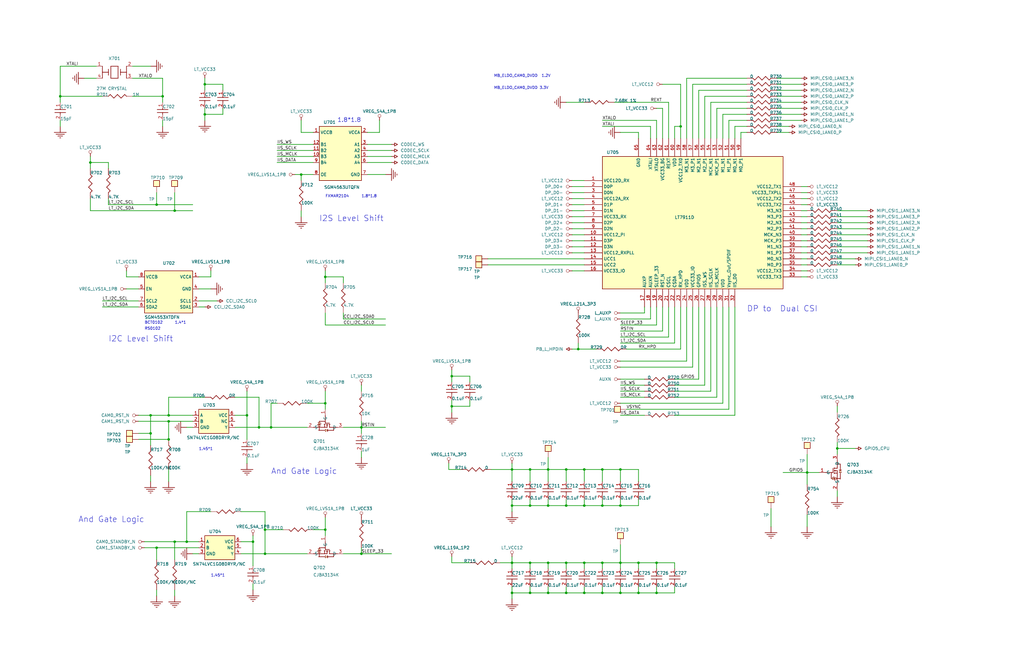
<source format=kicad_sch>
(kicad_sch (version 20211123) (generator eeschema)
  (paper "USLedger")
  (junction (at 215.9 250.19))
  (junction (at 73.66 88.9))
  (junction (at 63.5 182.88))
  (junction (at 86.36 48.26))
  (junction (at 254 237.49))
  (junction (at 215.9 198.12))
  (junction (at 73.66 228.6))
  (junction (at 137.16 116.84))
  (junction (at 114.3 180.34))
  (junction (at 137.16 223.52))
  (junction (at 190.5 158.75))
  (junction (at 231.14 213.36))
  (junction (at 223.52 198.12))
  (junction (at 137.16 170.18))
  (junction (at 223.52 213.36))
  (junction (at 261.62 198.12))
  (junction (at 109.22 180.34))
  (junction (at 238.76 237.49))
  (junction (at 215.9 237.49))
  (junction (at 254 198.12))
  (junction (at 127 73.66))
  (junction (at 106.68 228.6))
  (junction (at 261.62 237.49))
  (junction (at 231.14 250.19))
  (junction (at 190.5 171.45))
  (junction (at 152.4 233.68))
  (junction (at 71.12 175.26))
  (junction (at 231.14 237.49))
  (junction (at 238.76 213.36))
  (junction (at 246.38 198.12))
  (junction (at 254 213.36))
  (junction (at 340.36 199.39))
  (junction (at 276.86 250.19))
  (junction (at 238.76 250.19))
  (junction (at 238.76 198.12))
  (junction (at 111.76 233.68))
  (junction (at 66.04 231.14))
  (junction (at 86.36 35.56))
  (junction (at 78.74 228.6))
  (junction (at 261.62 250.19))
  (junction (at 243.84 147.32))
  (junction (at 269.24 237.49))
  (junction (at 261.62 213.36))
  (junction (at 71.12 177.8))
  (junction (at 223.52 250.19))
  (junction (at 246.38 213.36))
  (junction (at 68.58 40.64))
  (junction (at 104.14 175.26))
  (junction (at 111.76 223.52))
  (junction (at 215.9 213.36))
  (junction (at 287.02 53.34))
  (junction (at 25.4 40.64))
  (junction (at 38.1 68.58))
  (junction (at 269.24 250.19))
  (junction (at 63.5 175.26))
  (junction (at 246.38 237.49))
  (junction (at 276.86 237.49))
  (junction (at 231.14 198.12))
  (junction (at 353.06 189.23))
  (junction (at 66.04 86.36))
  (junction (at 152.4 180.34))
  (junction (at 246.38 250.19))
  (junction (at 223.52 237.49))
  (junction (at 254 250.19))
  (junction (at 71.12 185.42))
  (wire (pts (xy 281.94 58.42) (xy 281.94 43.18)) (stroke (width 0.254)))
  (wire (pts (xy 337.82 96.52) (xy 340.36 96.52)) (stroke (width 0.254)))
  (wire (pts (xy 261.62 213.36) (xy 269.24 213.36)) (stroke (width 0.254)))
  (wire (pts (xy 292.1 58.42) (xy 292.1 35.56)) (stroke (width 0.254)))
  (wire (pts (xy 132.08 60.96) (xy 116.84 60.96)) (stroke (width 0.254)))
  (wire (pts (xy 238.76 203.2) (xy 238.76 198.12)) (stroke (width 0.254)))
  (wire (pts (xy 246.38 99.06) (xy 241.3 99.06)) (stroke (width 0.254)))
  (wire (pts (xy 215.9 237.49) (xy 215.9 234.95)) (stroke (width 0.254)))
  (wire (pts (xy 246.38 86.36) (xy 241.3 86.36)) (stroke (width 0.254)))
  (wire (pts (xy 246.38 240.03) (xy 246.38 237.49)) (stroke (width 0.254)))
  (wire (pts (xy 302.26 58.42) (xy 302.26 45.72)) (stroke (width 0.254)))
  (wire (pts (xy 137.16 116.84) (xy 144.78 116.84)) (stroke (width 0.254)))
  (wire (pts (xy 294.64 160.02) (xy 294.64 129.54)) (stroke (width 0.254)))
  (wire (pts (xy 215.9 213.36) (xy 223.52 213.36)) (stroke (width 0.254)))
  (wire (pts (xy 269.24 250.19) (xy 261.62 250.19)) (stroke (width 0.254)))
  (wire (pts (xy 312.42 58.42) (xy 312.42 55.88)) (stroke (width 0.254)))
  (wire (pts (xy 264.16 147.32) (xy 287.02 147.32)) (stroke (width 0.254)))
  (wire (pts (xy 365.76 106.68) (xy 353.06 106.68)) (stroke (width 0.254)))
  (wire (pts (xy 165.1 60.96) (xy 154.94 60.96)) (stroke (width 0.254)))
  (wire (pts (xy 261.62 213.36) (xy 261.62 210.82)) (stroke (width 0.254)))
  (wire (pts (xy 353.06 191.77) (xy 353.06 189.23)) (stroke (width 0.254)))
  (wire (pts (xy 190.5 158.75) (xy 198.12 158.75)) (stroke (width 0.254)))
  (wire (pts (xy 86.36 129.54) (xy 83.82 129.54)) (stroke (width 0.254)))
  (wire (pts (xy 353.06 93.98) (xy 365.76 93.98)) (stroke (width 0.254)))
  (wire (pts (xy 152.4 165.1) (xy 152.4 162.56)) (stroke (width 0.254)))
  (wire (pts (xy 88.9 121.92) (xy 83.82 121.92)) (stroke (width 0.254)))
  (wire (pts (xy 81.28 180.34) (xy 78.74 180.34)) (stroke (width 0.254)))
  (wire (pts (xy 261.62 154.94) (xy 292.1 154.94)) (stroke (width 0.254)))
  (wire (pts (xy 299.72 165.1) (xy 299.72 129.54)) (stroke (width 0.254)))
  (wire (pts (xy 276.86 247.65) (xy 276.86 250.19)) (stroke (width 0.254)))
  (wire (pts (xy 73.66 81.28) (xy 73.66 88.9)) (stroke (width 0.254)))
  (wire (pts (xy 43.18 40.64) (xy 25.4 40.64)) (stroke (width 0.254)))
  (wire (pts (xy 279.4 45.72) (xy 276.86 45.72)) (stroke (width 0.254)))
  (wire (pts (xy 238.76 250.19) (xy 238.76 247.65)) (stroke (width 0.254)))
  (wire (pts (xy 261.62 198.12) (xy 269.24 198.12)) (stroke (width 0.254)))
  (wire (pts (xy 246.38 114.3) (xy 241.3 114.3)) (stroke (width 0.254)))
  (wire (pts (xy 215.9 213.36) (xy 215.9 210.82)) (stroke (width 0.254)))
  (wire (pts (xy 231.14 240.03) (xy 231.14 237.49)) (stroke (width 0.254)))
  (wire (pts (xy 215.9 198.12) (xy 215.9 195.58)) (stroke (width 0.254)))
  (wire (pts (xy 160.02 55.88) (xy 160.02 50.8)) (stroke (width 0.254)))
  (wire (pts (xy 25.4 40.64) (xy 25.4 27.94)) (stroke (width 0.254)))
  (wire (pts (xy 127 73.66) (xy 127 76.2)) (stroke (width 0.254)))
  (wire (pts (xy 25.4 53.34) (xy 25.4 50.8)) (stroke (width 0.254)))
  (wire (pts (xy 254 237.49) (xy 246.38 237.49)) (stroke (width 0.254)))
  (wire (pts (xy 246.38 106.68) (xy 241.3 106.68)) (stroke (width 0.254)))
  (wire (pts (xy 281.94 43.18) (xy 259.08 43.18)) (stroke (width 0.254)))
  (wire (pts (xy 190.5 171.45) (xy 198.12 171.45)) (stroke (width 0.254)))
  (wire (pts (xy 231.14 250.19) (xy 231.14 247.65)) (stroke (width 0.254)))
  (wire (pts (xy 337.82 45.72) (xy 327.66 45.72)) (stroke (width 0.254)))
  (wire (pts (xy 254 198.12) (xy 261.62 198.12)) (stroke (width 0.254)))
  (wire (pts (xy 302.26 167.64) (xy 302.26 129.54)) (stroke (width 0.254)))
  (wire (pts (xy 106.68 228.6) (xy 106.68 226.06)) (stroke (width 0.254)))
  (wire (pts (xy 198.12 171.45) (xy 198.12 168.91)) (stroke (width 0.254)))
  (wire (pts (xy 287.02 53.34) (xy 287.02 35.56)) (stroke (width 0.254)))
  (wire (pts (xy 284.48 58.42) (xy 284.48 53.34)) (stroke (width 0.254)))
  (wire (pts (xy 38.1 71.12) (xy 38.1 68.58)) (stroke (width 0.254)))
  (wire (pts (xy 38.1 68.58) (xy 38.1 66.04)) (stroke (width 0.254)))
  (wire (pts (xy 340.36 199.39) (xy 340.36 191.77)) (stroke (width 0.254)))
  (wire (pts (xy 58.42 175.26) (xy 63.5 175.26)) (stroke (width 0.254)))
  (wire (pts (xy 111.76 233.68) (xy 129.54 233.68)) (stroke (width 0.254)))
  (wire (pts (xy 137.16 223.52) (xy 137.16 218.44)) (stroke (width 0.254)))
  (wire (pts (xy 38.1 88.9) (xy 38.1 83.82)) (stroke (width 0.254)))
  (wire (pts (xy 223.52 237.49) (xy 215.9 237.49)) (stroke (width 0.254)))
  (wire (pts (xy 215.9 252.73) (xy 215.9 250.19)) (stroke (width 0.254)))
  (wire (pts (xy 198.12 158.75) (xy 198.12 161.29)) (stroke (width 0.254)))
  (wire (pts (xy 284.48 167.64) (xy 302.26 167.64)) (stroke (width 0.254)))
  (wire (pts (xy 269.24 250.19) (xy 269.24 247.65)) (stroke (width 0.254)))
  (wire (pts (xy 287.02 35.56) (xy 279.4 35.56)) (stroke (width 0.254)))
  (wire (pts (xy 45.72 86.36) (xy 45.72 83.82)) (stroke (width 0.254)))
  (wire (pts (xy 269.24 198.12) (xy 269.24 203.2)) (stroke (width 0.254)))
  (wire (pts (xy 246.38 81.28) (xy 241.3 81.28)) (stroke (width 0.254)))
  (wire (pts (xy 246.38 43.18) (xy 238.76 43.18)) (stroke (width 0.254)))
  (wire (pts (xy 137.16 170.18) (xy 129.54 170.18)) (stroke (width 0.254)))
  (wire (pts (xy 238.76 213.36) (xy 246.38 213.36)) (stroke (width 0.254)))
  (wire (pts (xy 116.84 170.18) (xy 114.3 170.18)) (stroke (width 0.254)))
  (wire (pts (xy 289.56 152.4) (xy 289.56 129.54)) (stroke (width 0.254)))
  (wire (pts (xy 215.9 250.19) (xy 223.52 250.19)) (stroke (width 0.254)))
  (wire (pts (xy 205.74 109.22) (xy 246.38 109.22)) (stroke (width 0.254)))
  (wire (pts (xy 127 73.66) (xy 124.46 73.66)) (stroke (width 0.254)))
  (wire (pts (xy 246.38 237.49) (xy 238.76 237.49)) (stroke (width 0.254)))
  (wire (pts (xy 223.52 213.36) (xy 231.14 213.36)) (stroke (width 0.254)))
  (wire (pts (xy 254 250.19) (xy 261.62 250.19)) (stroke (width 0.254)))
  (wire (pts (xy 165.1 66.04) (xy 154.94 66.04)) (stroke (width 0.254)))
  (wire (pts (xy 152.4 233.68) (xy 165.1 233.68)) (stroke (width 0.254)))
  (wire (pts (xy 127 91.44) (xy 127 88.9)) (stroke (width 0.254)))
  (wire (pts (xy 109.22 180.34) (xy 99.06 180.34)) (stroke (width 0.254)))
  (wire (pts (xy 271.78 165.1) (xy 261.62 165.1)) (stroke (width 0.254)))
  (wire (pts (xy 63.5 187.96) (xy 63.5 182.88)) (stroke (width 0.254)))
  (wire (pts (xy 274.32 129.54) (xy 274.32 134.62)) (stroke (width 0.254)))
  (wire (pts (xy 25.4 27.94) (xy 40.64 27.94)) (stroke (width 0.254)))
  (wire (pts (xy 137.16 116.84) (xy 137.16 114.3)) (stroke (width 0.254)))
  (wire (pts (xy 86.36 50.8) (xy 86.36 48.26)) (stroke (width 0.254)))
  (wire (pts (xy 231.14 198.12) (xy 231.14 193.04)) (stroke (width 0.254)))
  (wire (pts (xy 137.16 226.06) (xy 137.16 223.52)) (stroke (width 0.254)))
  (wire (pts (xy 276.86 137.16) (xy 276.86 129.54)) (stroke (width 0.254)))
  (wire (pts (xy 238.76 240.03) (xy 238.76 237.49)) (stroke (width 0.254)))
  (wire (pts (xy 144.78 116.84) (xy 144.78 119.38)) (stroke (width 0.254)))
  (wire (pts (xy 284.48 165.1) (xy 299.72 165.1)) (stroke (width 0.254)))
  (wire (pts (xy 231.14 203.2) (xy 231.14 198.12)) (stroke (width 0.254)))
  (wire (pts (xy 337.82 99.06) (xy 340.36 99.06)) (stroke (width 0.254)))
  (wire (pts (xy 104.14 175.26) (xy 104.14 165.1)) (stroke (width 0.254)))
  (wire (pts (xy 88.9 114.3) (xy 88.9 116.84)) (stroke (width 0.254)))
  (wire (pts (xy 58.42 116.84) (xy 53.34 116.84)) (stroke (width 0.254)))
  (wire (pts (xy 246.38 104.14) (xy 241.3 104.14)) (stroke (width 0.254)))
  (wire (pts (xy 353.06 189.23) (xy 353.06 186.69)) (stroke (width 0.254)))
  (wire (pts (xy 271.78 129.54) (xy 271.78 132.08)) (stroke (width 0.254)))
  (wire (pts (xy 327.66 53.34) (xy 332.74 53.34)) (stroke (width 0.254)))
  (wire (pts (xy 304.8 58.42) (xy 304.8 48.26)) (stroke (width 0.254)))
  (wire (pts (xy 353.06 189.23) (xy 360.68 189.23)) (stroke (width 0.254)))
  (wire (pts (xy 353.06 209.55) (xy 353.06 207.01)) (stroke (width 0.254)))
  (wire (pts (xy 312.42 55.88) (xy 314.96 55.88)) (stroke (width 0.254)))
  (wire (pts (xy 254 213.36) (xy 254 210.82)) (stroke (width 0.254)))
  (wire (pts (xy 294.64 38.1) (xy 314.96 38.1)) (stroke (width 0.254)))
  (wire (pts (xy 111.76 223.52) (xy 111.76 233.68)) (stroke (width 0.254)))
  (wire (pts (xy 345.44 199.39) (xy 340.36 199.39)) (stroke (width 0.254)))
  (wire (pts (xy 111.76 223.52) (xy 111.76 215.9)) (stroke (width 0.254)))
  (wire (pts (xy 340.36 78.74) (xy 337.82 78.74)) (stroke (width 0.254)))
  (wire (pts (xy 284.48 160.02) (xy 294.64 160.02)) (stroke (width 0.254)))
  (wire (pts (xy 137.16 172.72) (xy 137.16 170.18)) (stroke (width 0.254)))
  (wire (pts (xy 241.3 147.32) (xy 243.84 147.32)) (stroke (width 0.254)))
  (wire (pts (xy 71.12 175.26) (xy 81.28 175.26)) (stroke (width 0.254)))
  (wire (pts (xy 137.16 170.18) (xy 137.16 165.1)) (stroke (width 0.254)))
  (wire (pts (xy 337.82 33.02) (xy 327.66 33.02)) (stroke (width 0.254)))
  (wire (pts (xy 73.66 228.6) (xy 78.74 228.6)) (stroke (width 0.254)))
  (wire (pts (xy 246.38 76.2) (xy 241.3 76.2)) (stroke (width 0.254)))
  (wire (pts (xy 243.84 147.32) (xy 251.46 147.32)) (stroke (width 0.254)))
  (wire (pts (xy 274.32 53.34) (xy 254 53.34)) (stroke (width 0.254)))
  (wire (pts (xy 101.6 228.6) (xy 106.68 228.6)) (stroke (width 0.254)))
  (wire (pts (xy 337.82 106.68) (xy 340.36 106.68)) (stroke (width 0.254)))
  (wire (pts (xy 284.48 53.34) (xy 287.02 53.34)) (stroke (width 0.254)))
  (wire (pts (xy 63.5 203.2) (xy 63.5 200.66)) (stroke (width 0.254)))
  (wire (pts (xy 68.58 40.64) (xy 68.58 33.02)) (stroke (width 0.254)))
  (wire (pts (xy 132.08 63.5) (xy 116.84 63.5)) (stroke (width 0.254)))
  (wire (pts (xy 86.36 38.1) (xy 86.36 35.56)) (stroke (width 0.254)))
  (wire (pts (xy 353.06 99.06) (xy 365.76 99.06)) (stroke (width 0.254)))
  (wire (pts (xy 68.58 33.02) (xy 55.88 33.02)) (stroke (width 0.254)))
  (wire (pts (xy 114.3 170.18) (xy 114.3 180.34)) (stroke (width 0.254)))
  (wire (pts (xy 299.72 43.18) (xy 314.96 43.18)) (stroke (width 0.254)))
  (wire (pts (xy 194.31 198.12) (xy 189.23 198.12)) (stroke (width 0.254)))
  (wire (pts (xy 111.76 215.9) (xy 101.6 215.9)) (stroke (width 0.254)))
  (wire (pts (xy 269.24 240.03) (xy 269.24 237.49)) (stroke (width 0.254)))
  (wire (pts (xy 223.52 250.19) (xy 231.14 250.19)) (stroke (width 0.254)))
  (wire (pts (xy 337.82 111.76) (xy 340.36 111.76)) (stroke (width 0.254)))
  (wire (pts (xy 289.56 58.42) (xy 289.56 33.02)) (stroke (width 0.254)))
  (wire (pts (xy 162.56 134.62) (xy 144.78 134.62)) (stroke (width 0.254)))
  (wire (pts (xy 104.14 195.58) (xy 104.14 193.04)) (stroke (width 0.254)))
  (wire (pts (xy 309.88 53.34) (xy 314.96 53.34)) (stroke (width 0.254)))
  (wire (pts (xy 284.48 247.65) (xy 284.48 250.19)) (stroke (width 0.254)))
  (wire (pts (xy 63.5 182.88) (xy 58.42 182.88)) (stroke (width 0.254)))
  (wire (pts (xy 261.62 142.24) (xy 281.94 142.24)) (stroke (width 0.254)))
  (wire (pts (xy 327.66 48.26) (xy 337.82 48.26)) (stroke (width 0.254)))
  (wire (pts (xy 261.62 229.87) (xy 261.62 237.49)) (stroke (width 0.254)))
  (wire (pts (xy 73.66 251.46) (xy 73.66 248.92)) (stroke (width 0.254)))
  (wire (pts (xy 246.38 91.44) (xy 241.3 91.44)) (stroke (width 0.254)))
  (wire (pts (xy 127 55.88) (xy 127 50.8)) (stroke (width 0.254)))
  (wire (pts (xy 215.9 198.12) (xy 207.01 198.12)) (stroke (width 0.254)))
  (wire (pts (xy 340.36 204.47) (xy 340.36 199.39)) (stroke (width 0.254)))
  (wire (pts (xy 287.02 58.42) (xy 287.02 53.34)) (stroke (width 0.254)))
  (wire (pts (xy 68.58 53.34) (xy 68.58 50.8)) (stroke (width 0.254)))
  (wire (pts (xy 340.36 116.84) (xy 337.82 116.84)) (stroke (width 0.254)))
  (wire (pts (xy 353.06 88.9) (xy 365.76 88.9)) (stroke (width 0.254)))
  (wire (pts (xy 215.9 203.2) (xy 215.9 198.12)) (stroke (width 0.254)))
  (wire (pts (xy 144.78 134.62) (xy 144.78 132.08)) (stroke (width 0.254)))
  (wire (pts (xy 223.52 198.12) (xy 215.9 198.12)) (stroke (width 0.254)))
  (wire (pts (xy 63.5 182.88) (xy 63.5 175.26)) (stroke (width 0.254)))
  (wire (pts (xy 337.82 101.6) (xy 340.36 101.6)) (stroke (width 0.254)))
  (wire (pts (xy 215.9 237.49) (xy 210.82 237.49)) (stroke (width 0.254)))
  (wire (pts (xy 109.22 180.34) (xy 114.3 180.34)) (stroke (width 0.254)))
  (wire (pts (xy 101.6 233.68) (xy 111.76 233.68)) (stroke (width 0.254)))
  (wire (pts (xy 337.82 109.22) (xy 340.36 109.22)) (stroke (width 0.254)))
  (wire (pts (xy 231.14 213.36) (xy 231.14 210.82)) (stroke (width 0.254)))
  (wire (pts (xy 340.36 81.28) (xy 337.82 81.28)) (stroke (width 0.254)))
  (wire (pts (xy 104.14 175.26) (xy 99.06 175.26)) (stroke (width 0.254)))
  (wire (pts (xy 114.3 180.34) (xy 129.54 180.34)) (stroke (width 0.254)))
  (wire (pts (xy 45.72 71.12) (xy 45.72 68.58)) (stroke (width 0.254)))
  (wire (pts (xy 299.72 58.42) (xy 299.72 43.18)) (stroke (width 0.254)))
  (wire (pts (xy 340.36 86.36) (xy 337.82 86.36)) (stroke (width 0.254)))
  (wire (pts (xy 284.48 240.03) (xy 284.48 237.49)) (stroke (width 0.254)))
  (wire (pts (xy 45.72 68.58) (xy 38.1 68.58)) (stroke (width 0.254)))
  (wire (pts (xy 307.34 172.72) (xy 307.34 129.54)) (stroke (width 0.254)))
  (wire (pts (xy 353.06 91.44) (xy 365.76 91.44)) (stroke (width 0.254)))
  (wire (pts (xy 297.18 58.42) (xy 297.18 40.64)) (stroke (width 0.254)))
  (wire (pts (xy 337.82 104.14) (xy 340.36 104.14)) (stroke (width 0.254)))
  (wire (pts (xy 190.5 237.49) (xy 190.5 234.95)) (stroke (width 0.254)))
  (wire (pts (xy 246.38 250.19) (xy 246.38 247.65)) (stroke (width 0.254)))
  (wire (pts (xy 231.14 250.19) (xy 238.76 250.19)) (stroke (width 0.254)))
  (wire (pts (xy 307.34 50.8) (xy 314.96 50.8)) (stroke (width 0.254)))
  (wire (pts (xy 261.62 137.16) (xy 276.86 137.16)) (stroke (width 0.254)))
  (wire (pts (xy 238.76 213.36) (xy 238.76 210.82)) (stroke (width 0.254)))
  (wire (pts (xy 302.26 45.72) (xy 314.96 45.72)) (stroke (width 0.254)))
  (wire (pts (xy 238.76 250.19) (xy 246.38 250.19)) (stroke (width 0.254)))
  (wire (pts (xy 223.52 250.19) (xy 223.52 247.65)) (stroke (width 0.254)))
  (wire (pts (xy 246.38 213.36) (xy 254 213.36)) (stroke (width 0.254)))
  (wire (pts (xy 276.86 240.03) (xy 276.86 237.49)) (stroke (width 0.254)))
  (wire (pts (xy 81.28 177.8) (xy 71.12 177.8)) (stroke (width 0.254)))
  (wire (pts (xy 66.04 81.28) (xy 66.04 86.36)) (stroke (width 0.254)))
  (wire (pts (xy 254 240.03) (xy 254 237.49)) (stroke (width 0.254)))
  (wire (pts (xy 63.5 175.26) (xy 71.12 175.26)) (stroke (width 0.254)))
  (wire (pts (xy 190.5 171.45) (xy 190.5 168.91)) (stroke (width 0.254)))
  (wire (pts (xy 340.36 199.39) (xy 330.2 199.39)) (stroke (width 0.254)))
  (wire (pts (xy 261.62 170.18) (xy 304.8 170.18)) (stroke (width 0.254)))
  (wire (pts (xy 340.36 88.9) (xy 337.82 88.9)) (stroke (width 0.254)))
  (wire (pts (xy 88.9 215.9) (xy 78.74 215.9)) (stroke (width 0.254)))
  (wire (pts (xy 68.58 40.64) (xy 55.88 40.64)) (stroke (width 0.254)))
  (wire (pts (xy 231.14 213.36) (xy 238.76 213.36)) (stroke (width 0.254)))
  (wire (pts (xy 40.64 33.02) (xy 35.56 33.02)) (stroke (width 0.254)))
  (wire (pts (xy 144.78 233.68) (xy 152.4 233.68)) (stroke (width 0.254)))
  (wire (pts (xy 292.1 35.56) (xy 314.96 35.56)) (stroke (width 0.254)))
  (wire (pts (xy 66.04 231.14) (xy 60.96 231.14)) (stroke (width 0.254)))
  (wire (pts (xy 274.32 134.62) (xy 261.62 134.62)) (stroke (width 0.254)))
  (wire (pts (xy 58.42 129.54) (xy 43.18 129.54)) (stroke (width 0.254)))
  (wire (pts (xy 304.8 170.18) (xy 304.8 129.54)) (stroke (width 0.254)))
  (wire (pts (xy 276.86 58.42) (xy 276.86 50.8)) (stroke (width 0.254)))
  (wire (pts (xy 269.24 55.88) (xy 261.62 55.88)) (stroke (width 0.254)))
  (wire (pts (xy 223.52 240.03) (xy 223.52 237.49)) (stroke (width 0.254)))
  (wire (pts (xy 246.38 83.82) (xy 241.3 83.82)) (stroke (width 0.254)))
  (wire (pts (xy 190.5 173.99) (xy 190.5 171.45)) (stroke (width 0.254)))
  (wire (pts (xy 215.9 240.03) (xy 215.9 237.49)) (stroke (width 0.254)))
  (wire (pts (xy 271.78 167.64) (xy 261.62 167.64)) (stroke (width 0.254)))
  (wire (pts (xy 289.56 33.02) (xy 314.96 33.02)) (stroke (width 0.254)))
  (wire (pts (xy 165.1 68.58) (xy 154.94 68.58)) (stroke (width 0.254)))
  (wire (pts (xy 294.64 58.42) (xy 294.64 38.1)) (stroke (width 0.254)))
  (wire (pts (xy 137.16 119.38) (xy 137.16 116.84)) (stroke (width 0.254)))
  (wire (pts (xy 254 250.19) (xy 254 247.65)) (stroke (width 0.254)))
  (wire (pts (xy 104.14 185.42) (xy 104.14 175.26)) (stroke (width 0.254)))
  (wire (pts (xy 93.98 35.56) (xy 86.36 35.56)) (stroke (width 0.254)))
  (wire (pts (xy 86.36 48.26) (xy 93.98 48.26)) (stroke (width 0.254)))
  (wire (pts (xy 337.82 43.18) (xy 327.66 43.18)) (stroke (width 0.254)))
  (wire (pts (xy 261.62 237.49) (xy 254 237.49)) (stroke (width 0.254)))
  (wire (pts (xy 340.36 91.44) (xy 337.82 91.44)) (stroke (width 0.254)))
  (wire (pts (xy 309.88 175.26) (xy 309.88 129.54)) (stroke (width 0.254)))
  (wire (pts (xy 332.74 55.88) (xy 327.66 55.88)) (stroke (width 0.254)))
  (wire (pts (xy 261.62 175.26) (xy 271.78 175.26)) (stroke (width 0.254)))
  (wire (pts (xy 190.5 158.75) (xy 190.5 156.21)) (stroke (width 0.254)))
  (wire (pts (xy 274.32 58.42) (xy 274.32 53.34)) (stroke (width 0.254)))
  (wire (pts (xy 261.62 139.7) (xy 279.4 139.7)) (stroke (width 0.254)))
  (wire (pts (xy 71.12 185.42) (xy 71.12 177.8)) (stroke (width 0.254)))
  (wire (pts (xy 279.4 58.42) (xy 279.4 45.72)) (stroke (width 0.254)))
  (wire (pts (xy 264.16 172.72) (xy 307.34 172.72)) (stroke (width 0.254)))
  (wire (pts (xy 246.38 88.9) (xy 241.3 88.9)) (stroke (width 0.254)))
  (wire (pts (xy 223.52 213.36) (xy 223.52 210.82)) (stroke (width 0.254)))
  (wire (pts (xy 144.78 180.34) (xy 152.4 180.34)) (stroke (width 0.254)))
  (wire (pts (xy 246.38 111.76) (xy 205.74 111.76)) (stroke (width 0.254)))
  (wire (pts (xy 340.36 114.3) (xy 337.82 114.3)) (stroke (width 0.254)))
  (wire (pts (xy 106.68 238.76) (xy 106.68 228.6)) (stroke (width 0.254)))
  (wire (pts (xy 162.56 180.34) (xy 152.4 180.34)) (stroke (width 0.254)))
  (wire (pts (xy 325.12 222.25) (xy 325.12 214.63)) (stroke (width 0.254)))
  (wire (pts (xy 68.58 43.18) (xy 68.58 40.64)) (stroke (width 0.254)))
  (wire (pts (xy 353.06 173.99) (xy 353.06 171.45)) (stroke (width 0.254)))
  (wire (pts (xy 162.56 137.16) (xy 137.16 137.16)) (stroke (width 0.254)))
  (wire (pts (xy 99.06 167.64) (xy 109.22 167.64)) (stroke (width 0.254)))
  (wire (pts (xy 58.42 121.92) (xy 53.34 121.92)) (stroke (width 0.254)))
  (wire (pts (xy 137.16 137.16) (xy 137.16 132.08)) (stroke (width 0.254)))
  (wire (pts (xy 337.82 35.56) (xy 327.66 35.56)) (stroke (width 0.254)))
  (wire (pts (xy 106.68 248.92) (xy 106.68 246.38)) (stroke (width 0.254)))
  (wire (pts (xy 287.02 147.32) (xy 287.02 129.54)) (stroke (width 0.254)))
  (wire (pts (xy 53.34 116.84) (xy 53.34 114.3)) (stroke (width 0.254)))
  (wire (pts (xy 254 203.2) (xy 254 198.12)) (stroke (width 0.254)))
  (wire (pts (xy 243.84 147.32) (xy 243.84 144.78)) (stroke (width 0.254)))
  (wire (pts (xy 152.4 180.34) (xy 152.4 177.8)) (stroke (width 0.254)))
  (wire (pts (xy 109.22 167.64) (xy 109.22 180.34)) (stroke (width 0.254)))
  (wire (pts (xy 254 213.36) (xy 261.62 213.36)) (stroke (width 0.254)))
  (wire (pts (xy 279.4 139.7) (xy 279.4 129.54)) (stroke (width 0.254)))
  (wire (pts (xy 261.62 203.2) (xy 261.62 198.12)) (stroke (width 0.254)))
  (wire (pts (xy 58.42 185.42) (xy 71.12 185.42)) (stroke (width 0.254)))
  (wire (pts (xy 340.36 222.25) (xy 340.36 217.17)) (stroke (width 0.254)))
  (wire (pts (xy 269.24 237.49) (xy 261.62 237.49)) (stroke (width 0.254)))
  (wire (pts (xy 119.38 223.52) (xy 111.76 223.52)) (stroke (width 0.254)))
  (wire (pts (xy 238.76 198.12) (xy 246.38 198.12)) (stroke (width 0.254)))
  (wire (pts (xy 284.48 237.49) (xy 276.86 237.49)) (stroke (width 0.254)))
  (wire (pts (xy 66.04 86.36) (xy 45.72 86.36)) (stroke (width 0.254)))
  (wire (pts (xy 246.38 93.98) (xy 241.3 93.98)) (stroke (width 0.254)))
  (wire (pts (xy 271.78 160.02) (xy 261.62 160.02)) (stroke (width 0.254)))
  (wire (pts (xy 223.52 198.12) (xy 231.14 198.12)) (stroke (width 0.254)))
  (wire (pts (xy 60.96 228.6) (xy 73.66 228.6)) (stroke (width 0.254)))
  (wire (pts (xy 337.82 50.8) (xy 327.66 50.8)) (stroke (width 0.254)))
  (wire (pts (xy 297.18 162.56) (xy 297.18 129.54)) (stroke (width 0.254)))
  (wire (pts (xy 215.9 250.19) (xy 215.9 247.65)) (stroke (width 0.254)))
  (wire (pts (xy 86.36 35.56) (xy 86.36 33.02)) (stroke (width 0.254)))
  (wire (pts (xy 238.76 237.49) (xy 231.14 237.49)) (stroke (width 0.254)))
  (wire (pts (xy 132.08 68.58) (xy 116.84 68.58)) (stroke (width 0.254)))
  (wire (pts (xy 307.34 58.42) (xy 307.34 50.8)) (stroke (width 0.254)))
  (wire (pts (xy 297.18 40.64) (xy 314.96 40.64)) (stroke (width 0.254)))
  (wire (pts (xy 88.9 116.84) (xy 83.82 116.84)) (stroke (width 0.254)))
  (wire (pts (xy 231.14 237.49) (xy 223.52 237.49)) (stroke (width 0.254)))
  (wire (pts (xy 132.08 55.88) (xy 127 55.88)) (stroke (width 0.254)))
  (wire (pts (xy 63.5 27.94) (xy 55.88 27.94)) (stroke (width 0.254)))
  (wire (pts (xy 309.88 58.42) (xy 309.88 53.34)) (stroke (width 0.254)))
  (wire (pts (xy 215.9 215.9) (xy 215.9 213.36)) (stroke (width 0.254)))
  (wire (pts (xy 78.74 228.6) (xy 83.82 228.6)) (stroke (width 0.254)))
  (wire (pts (xy 246.38 250.19) (xy 254 250.19)) (stroke (width 0.254)))
  (wire (pts (xy 337.82 40.64) (xy 327.66 40.64)) (stroke (width 0.254)))
  (wire (pts (xy 304.8 48.26) (xy 314.96 48.26)) (stroke (width 0.254)))
  (wire (pts (xy 71.12 203.2) (xy 71.12 198.12)) (stroke (width 0.254)))
  (wire (pts (xy 58.42 127) (xy 43.18 127)) (stroke (width 0.254)))
  (wire (pts (xy 246.38 203.2) (xy 246.38 198.12)) (stroke (width 0.254)))
  (wire (pts (xy 93.98 38.1) (xy 93.98 35.56)) (stroke (width 0.254)))
  (wire (pts (xy 281.94 142.24) (xy 281.94 129.54)) (stroke (width 0.254)))
  (wire (pts (xy 83.82 233.68) (xy 81.28 233.68)) (stroke (width 0.254)))
  (wire (pts (xy 152.4 180.34) (xy 152.4 182.88)) (stroke (width 0.254)))
  (wire (pts (xy 154.94 55.88) (xy 160.02 55.88)) (stroke (width 0.254)))
  (wire (pts (xy 231.14 198.12) (xy 238.76 198.12)) (stroke (width 0.254)))
  (wire (pts (xy 246.38 78.74) (xy 241.3 78.74)) (stroke (width 0.254)))
  (wire (pts (xy 276.86 50.8) (xy 254 50.8)) (stroke (width 0.254)))
  (wire (pts (xy 337.82 93.98) (xy 340.36 93.98)) (stroke (width 0.254)))
  (wire (pts (xy 73.66 88.9) (xy 38.1 88.9)) (stroke (width 0.254)))
  (wire (pts (xy 71.12 177.8) (xy 58.42 177.8)) (stroke (width 0.254)))
  (wire (pts (xy 284.48 250.19) (xy 276.86 250.19)) (stroke (width 0.254)))
  (wire (pts (xy 152.4 193.04) (xy 152.4 190.5)) (stroke (width 0.254)))
  (wire (pts (xy 284.48 144.78) (xy 284.48 129.54)) (stroke (width 0.254)))
  (wire (pts (xy 269.24 213.36) (xy 269.24 210.82)) (stroke (width 0.254)))
  (wire (pts (xy 292.1 154.94) (xy 292.1 129.54)) (stroke (width 0.254)))
  (wire (pts (xy 261.62 250.19) (xy 261.62 247.65)) (stroke (width 0.254)))
  (wire (pts (xy 276.86 250.19) (xy 269.24 250.19)) (stroke (width 0.254)))
  (wire (pts (xy 340.36 83.82) (xy 337.82 83.82)) (stroke (width 0.254)))
  (wire (pts (xy 246.38 101.6) (xy 241.3 101.6)) (stroke (width 0.254)))
  (wire (pts (xy 86.36 48.26) (xy 86.36 45.72)) (stroke (width 0.254)))
  (wire (pts (xy 284.48 175.26) (xy 309.88 175.26)) (stroke (width 0.254)))
  (wire (pts (xy 71.12 167.64) (xy 86.36 167.64)) (stroke (width 0.254)))
  (wire (pts (xy 360.68 111.76) (xy 353.06 111.76)) (stroke (width 0.254)))
  (wire (pts (xy 66.04 231.14) (xy 66.04 236.22)) (stroke (width 0.254)))
  (wire (pts (xy 93.98 48.26) (xy 93.98 45.72)) (stroke (width 0.254)))
  (wire (pts (xy 132.08 66.04) (xy 116.84 66.04)) (stroke (width 0.254)))
  (wire (pts (xy 353.06 96.52) (xy 365.76 96.52)) (stroke (width 0.254)))
  (wire (pts (xy 190.5 161.29) (xy 190.5 158.75)) (stroke (width 0.254)))
  (wire (pts (xy 66.04 251.46) (xy 66.04 248.92)) (stroke (width 0.254)))
  (wire (pts (xy 246.38 96.52) (xy 241.3 96.52)) (stroke (width 0.254)))
  (wire (pts (xy 78.74 215.9) (xy 78.74 228.6)) (stroke (width 0.254)))
  (wire (pts (xy 73.66 236.22) (xy 73.66 228.6)) (stroke (width 0.254)))
  (wire (pts (xy 353.06 101.6) (xy 365.76 101.6)) (stroke (width 0.254)))
  (wire (pts (xy 276.86 237.49) (xy 269.24 237.49)) (stroke (width 0.254)))
  (wire (pts (xy 137.16 223.52) (xy 132.08 223.52)) (stroke (width 0.254)))
  (wire (pts (xy 261.62 144.78) (xy 284.48 144.78)) (stroke (width 0.254)))
  (wire (pts (xy 71.12 175.26) (xy 71.12 167.64)) (stroke (width 0.254)))
  (wire (pts (xy 261.62 152.4) (xy 289.56 152.4)) (stroke (width 0.254)))
  (wire (pts (xy 152.4 233.68) (xy 152.4 231.14)) (stroke (width 0.254)))
  (wire (pts (xy 81.28 86.36) (xy 66.04 86.36)) (stroke (width 0.254)))
  (wire (pts (xy 25.4 40.64) (xy 25.4 43.18)) (stroke (width 0.254)))
  (wire (pts (xy 81.28 88.9) (xy 73.66 88.9)) (stroke (width 0.254)))
  (wire (pts (xy 189.23 198.12) (xy 189.23 195.58)) (stroke (width 0.254)))
  (wire (pts (xy 91.44 127) (xy 83.82 127)) (stroke (width 0.254)))
  (wire (pts (xy 360.68 109.22) (xy 353.06 109.22)) (stroke (width 0.254)))
  (wire (pts (xy 269.24 58.42) (xy 269.24 55.88)) (stroke (width 0.254)))
  (wire (pts (xy 223.52 203.2) (xy 223.52 198.12)) (stroke (width 0.254)))
  (wire (pts (xy 284.48 162.56) (xy 297.18 162.56)) (stroke (width 0.254)))
  (wire (pts (xy 261.62 237.49) (xy 261.62 240.03)) (stroke (width 0.254)))
  (wire (pts (xy 337.82 38.1) (xy 327.66 38.1)) (stroke (width 0.254)))
  (wire (pts (xy 353.06 104.14) (xy 365.76 104.14)) (stroke (width 0.254)))
  (wire (pts (xy 271.78 162.56) (xy 261.62 162.56)) (stroke (width 0.254)))
  (wire (pts (xy 132.08 73.66) (xy 127 73.66)) (stroke (width 0.254)))
  (wire (pts (xy 198.12 237.49) (xy 190.5 237.49)) (stroke (width 0.254)))
  (wire (pts (xy 162.56 73.66) (xy 154.94 73.66)) (stroke (width 0.254)))
  (wire (pts (xy 246.38 198.12) (xy 254 198.12)) (stroke (width 0.254)))
  (wire (pts (xy 83.82 231.14) (xy 66.04 231.14)) (stroke (width 0.254)))
  (wire (pts (xy 165.1 63.5) (xy 154.94 63.5)) (stroke (width 0.254)))
  (wire (pts (xy 271.78 132.08) (xy 261.62 132.08)) (stroke (width 0.254)))
  (wire (pts (xy 246.38 213.36) (xy 246.38 210.82)) (stroke (width 0.254)))
  (text "MB_ELDO_CAM0_DVDD 3.3V" (at 208.28 37.846 180) (effects (font (size 1.143 1.143)) (justify left bottom)))
  (text "FXMAR2104" (at 137.16 83.566 180) (effects (font (size 1.143 1.143)) (justify left bottom)))
  (text "And Gate Logic" (at 33.02 220.726 180) (effects (font (size 2.413 2.413)) (justify left bottom)))
  (text "I2S Level Shift" (at 134.62 93.726 180) (effects (font (size 2.413 2.413)) (justify left bottom)))
  (text "1.45*1" (at 88.9 243.586 180) (effects (font (size 1.143 1.143)) (justify left bottom)))
  (text "1.8*1.8" (at 142.24 51.816 180) (effects (font (size 1.778 1.778)) (justify left bottom)))
  (text "1.4*1" (at 73.66 136.906 180) (effects (font (size 1.143 1.143)) (justify left bottom)))
  (text "BCT0102" (at 60.96 136.906 180) (effects (font (size 1.143 1.143)) (justify left bottom)))
  (text "1.8*1.8" (at 152.4 83.566 180) (effects (font (size 1.143 1.143)) (justify left bottom)))
  (text "And Gate Logic" (at 114.3 200.406 180) (effects (font (size 2.413 2.413)) (justify left bottom)))
  (text "I2C Level Shift" (at 45.72 144.526 180) (effects (font (size 2.413 2.413)) (justify left bottom)))
  (text "1.45*1" (at 83.82 190.246 180) (effects (font (size 1.143 1.143)) (justify left bottom)))
  (text "DP to  Dual CSI" (at 314.96 131.826 180) (effects (font (size 2.413 2.413)) (justify left bottom)))
  (text "RS0102" (at 60.96 139.446 180) (effects (font (size 1.143 1.143)) (justify left bottom)))
  (text "MB_ELDO_CAM0_DVDD  1.2V" (at 208.28 32.766 180) (effects (font (size 1.143 1.143)) (justify left bottom)))
  (label "XTALO" (at 254 50.8 0))
  (label "SLEEP_33" (at 152.4 233.68 0))
  (label "IIS_SCLK" (at 116.84 63.5 0))
  (label "VSYNC" (at 264.16 172.72 0))
  (label "IIS_WS" (at 261.62 162.56 0))
  (label "IIS_SCLK" (at 261.62 165.1 0))
  (label "RSTIN" (at 261.62 139.7 0))
  (label "RSTIN" (at 152.4 180.34 0))
  (label "IIS_DATA" (at 116.84 68.58 0))
  (label "LT_I2C_SDA" (at 261.62 144.78 0))
  (label "XTALI" (at 27.94 27.94 0))
  (label "IIS_WS" (at 116.84 60.96 0))
  (label "GPIO5" (at 332.74 199.39 0))
  (label "LT_I2C_SCL" (at 45.72 86.36 0))
  (label "LT_I2C_SDA" (at 43.18 129.54 0))
  (label "CCI_I2C_SCL0" (at 144.78 137.16 0))
  (label "GPIO5" (at 287.02 160.02 0))
  (label "RX_HPD" (at 269.24 147.32 0))
  (label "XTALO" (at 58.42 33.02 0))
  (label "IIS_MCLK" (at 116.84 66.04 0))
  (label "IIS_DATA" (at 261.62 175.26 0))
  (label "IIS_MCLK" (at 261.62 167.64 0))
  (label "XTALI" (at 254 53.34 0))
  (label "SLEEP_33" (at 261.62 137.16 0))
  (label "LT_I2C_SDA" (at 45.72 88.9 0))
  (label "LT_I2C_SCL" (at 261.62 142.24 0))
  (label "CCI_I2C_SDA0" (at 144.78 134.62 0))
  (label "REXT" (at 274.32 43.18 0))
  (label "LT_I2C_SCL" (at 43.18 127 0))
  (symbol (lib_id "07_LT7911D-altium-import:GND") (at 63.5 27.94 90)
    (property "Reference" "#PWR?" (effects hide))
    (property "Value" "GND" (effects hide))
  )
  (symbol (lib_id "07_LT7911D-altium-import:GND") (at 86.36 50.8 0)
    (property "Reference" "#PWR?" (effects hide))
    (property "Value" "GND" (effects hide))
  )
  (symbol (lib_id "07_LT7911D-altium-import:GND") (at 340.36 222.25 0)
    (property "Reference" "#PWR?" (effects hide))
    (property "Value" "GND" (effects hide))
  )
  (symbol (lib_id "07_LT7911D-altium-import:0_C {slash} 33 {slash} pF {slash} 0201") (at 266.7 242.57 0)
    (property "Reference" "C725" (at 269.24 242.57 0) (effects (justify left bottom)))
    (property "Value" "0.1uF" (at 269.24 247.65 0) (effects (justify left bottom)))
    (property "Footprint" "C0201" (effects hide))
    (property "PCB FOOTPRINT" "C0201" (effects hide))
  )
  (symbol (lib_id "07_LT7911D-altium-import:0_C {slash} 33 {slash} pF {slash} 0201") (at 104.14 241.3 0)
    (property "Reference" "C708" (at 106.68 241.3 0) (effects (justify left bottom)))
    (property "Value" "0.1uF" (at 106.68 246.38 0) (effects (justify left bottom)))
    (property "Footprint" "C0201" (effects hide))
    (property "PCB FOOTPRINT" "C0201" (effects hide))
  )
  (symbol (lib_id "07_LT7911D-altium-import:CODEC_WS") (at 165.1 60.96 90)
    (property "Reference" "#PWR?" (effects hide))
    (property "Value" "CODEC_WS" (at 168.91 60.96 90) (effects (justify right)))
  )
  (symbol (lib_id "07_LT7911D-altium-import:3_mirrored_T POINT S") (at 322.58 209.55 0)
    (property "Reference" "TP715" (at 322.58 209.042 0) (effects (justify left bottom)))
    (property "Value" "TP" (at 321.818 218.186 0) (effects (justify left bottom)))
    (property "Footprint" "TP-D1r0" (effects hide))
    (property "PCB FOOTPRINT" "TP-D1r0" (effects hide))
  )
  (symbol (lib_id "07_LT7911D-altium-import:VREG_LVS1A_1P8") (at 137.16 165.1 180)
    (property "Reference" "#PWR?" (effects hide))
    (property "Value" "VREG_LVS1A_1P8" (at 137.16 161.29 0))
  )
  (symbol (lib_id "07_LT7911D-altium-import:2_mirrored_T POINT S") (at 200.66 114.3 0)
    (property "Reference" "TP717" (at 193.04 114.3 0) (effects (justify left bottom)))
    (property "Value" "TP" (at 199.898 117.856 0) (effects (justify left bottom)))
    (property "Footprint" "TP-D1r0" (effects hide))
    (property "PCB FOOTPRINT" "TP-D1r0" (effects hide))
  )
  (symbol (lib_id "07_LT7911D-altium-import:GPIO5_CPU") (at 360.68 189.23 90)
    (property "Reference" "#PWR?" (effects hide))
    (property "Value" "GPIO5_CPU" (at 364.49 189.23 90) (effects (justify right)))
  )
  (symbol (lib_id "07_LT7911D-altium-import:DP_D2+") (at 241.3 93.98 270)
    (property "Reference" "#PWR?" (effects hide))
    (property "Value" "DP_D2+" (at 237.49 93.98 90) (effects (justify right)))
  )
  (symbol (lib_id "07_LT7911D-altium-import:CODEC_DATA") (at 165.1 68.58 90)
    (property "Reference" "#PWR?" (effects hide))
    (property "Value" "CODEC_DATA" (at 168.91 68.58 90) (effects (justify right)))
  )
  (symbol (lib_id "07_LT7911D-altium-import:AUXN") (at 261.62 160.02 270)
    (property "Reference" "#PWR?" (effects hide))
    (property "Value" "AUXN" (at 257.81 160.02 90) (effects (justify right)))
  )
  (symbol (lib_id "07_LT7911D-altium-import:CAM0_RST_N") (at 58.42 175.26 270)
    (property "Reference" "#PWR?" (effects hide))
    (property "Value" "CAM0_RST_N" (at 54.61 175.26 90) (effects (justify right)))
  )
  (symbol (lib_id "07_LT7911D-altium-import:LT_VCC12") (at 279.4 35.56 270)
    (property "Reference" "#PWR?" (effects hide))
    (property "Value" "LT_VCC12" (at 275.59 35.56 90) (effects (justify right)))
  )
  (symbol (lib_id "07_LT7911D-altium-import:0_C {slash} 33 {slash} pF {slash} 0201") (at 66.04 45.72 0)
    (property "Reference" "C702" (at 68.58 45.72 0) (effects (justify left bottom)))
    (property "Value" "15pF" (at 68.58 50.8 0) (effects (justify left bottom)))
    (property "Footprint" "C0201" (effects hide))
    (property "PCB FOOTPRINT" "C0201" (effects hide))
  )
  (symbol (lib_id "07_LT7911D-altium-import:CCI_I2C_SCL0") (at 91.44 127 90)
    (property "Reference" "#PWR?" (effects hide))
    (property "Value" "CCI_I2C_SCL0" (at 95.25 127 90) (effects (justify right)))
  )
  (symbol (lib_id "07_LT7911D-altium-import:LT_VCC33") (at 241.3 91.44 270)
    (property "Reference" "#PWR?" (effects hide))
    (property "Value" "LT_VCC33" (at 237.49 91.44 90) (effects (justify right)))
  )
  (symbol (lib_id "07_LT7911D-altium-import:3_mirrored_T POINT S") (at 63.5 76.2 0)
    (property "Reference" "TP710" (at 63.5 75.692 0) (effects (justify left bottom)))
    (property "Value" "TP" (at 62.738 84.836 0) (effects (justify left bottom)))
    (property "Footprint" "TP-D1r0" (effects hide))
    (property "PCB FOOTPRINT" "TP-D1r0" (effects hide))
  )
  (symbol (lib_id "07_LT7911D-altium-import:0_R") (at 68.58 187.96 0)
    (property "Reference" "R708" (at 71.12 190.5 0) (effects (justify left bottom)))
    (property "Value" "100K" (at 71.12 198.12 0) (effects (justify left bottom)))
    (property "Footprint" "R0201" (effects hide))
    (property "VENDOR" "CYNTEC" (effects hide))
    (property "PN" "RR0510S-103-J" (effects hide))
    (property "PCB FOOTPRINT" "R0201" (effects hide))
  )
  (symbol (lib_id "07_LT7911D-altium-import:VREG_L17A_3P3") (at 189.23 195.58 180)
    (property "Reference" "#PWR?" (effects hide))
    (property "Value" "VREG_L17A_3P3" (at 189.23 191.77 0))
  )
  (symbol (lib_id "07_LT7911D-altium-import:CAM0_STANDBY_N") (at 60.96 228.6 270)
    (property "Reference" "#PWR?" (effects hide))
    (property "Value" "CAM0_STANDBY_N" (at 57.15 228.6 90) (effects (justify right)))
  )
  (symbol (lib_id "07_LT7911D-altium-import:0_C {slash} 33 {slash} pF {slash} 0201") (at 149.86 185.42 0)
    (property "Reference" "C728" (at 152.4 185.42 0) (effects (justify left bottom)))
    (property "Value" "1uF" (at 152.4 190.5 0) (effects (justify left bottom)))
    (property "Footprint" "C0201" (effects hide))
    (property "PCB FOOTPRINT" "C0201" (effects hide))
  )
  (symbol (lib_id "07_LT7911D-altium-import:LT_VCC12") (at 215.9 234.95 180)
    (property "Reference" "#PWR?" (effects hide))
    (property "Value" "LT_VCC12" (at 215.9 231.14 0))
  )
  (symbol (lib_id "07_LT7911D-altium-import:DP_D0+") (at 241.3 78.74 270)
    (property "Reference" "#PWR?" (effects hide))
    (property "Value" "DP_D0+" (at 237.49 78.74 90) (effects (justify right)))
  )
  (symbol (lib_id "07_LT7911D-altium-import:3_mirrored_R") (at 317.5 43.18 0)
    (property "Reference" "R735" (at 324.612 45.72 0) (effects (justify left bottom)))
    (property "Value" "0" (at 316.23 45.72 0) (effects (justify left bottom)))
    (property "Footprint" "R0201" (effects hide))
    (property "VENDOR" "CYNTEC" (effects hide))
    (property "PN" "RR0510S-103-J" (effects hide))
    (property "PCB FOOTPRINT" "R0201" (effects hide))
  )
  (symbol (lib_id "07_LT7911D-altium-import:LT_VCC33") (at 241.3 114.3 270)
    (property "Reference" "#PWR?" (effects hide))
    (property "Value" "LT_VCC33" (at 237.49 114.3 90) (effects (justify right)))
  )
  (symbol (lib_id "07_LT7911D-altium-import:GND") (at 238.76 43.18 270)
    (property "Reference" "#PWR?" (effects hide))
    (property "Value" "GND" (effects hide))
  )
  (symbol (lib_id "07_LT7911D-altium-import:GND") (at 71.12 203.2 0)
    (property "Reference" "#PWR?" (effects hide))
    (property "Value" "GND" (effects hide))
  )
  (symbol (lib_id "07_LT7911D-altium-import:LT_VCC33") (at 86.36 33.02 180)
    (property "Reference" "#PWR?" (effects hide))
    (property "Value" "LT_VCC33" (at 86.36 29.21 0))
  )
  (symbol (lib_id "07_LT7911D-altium-import:3_mirrored_R") (at 317.5 30.48 0)
    (property "Reference" "R730" (at 324.612 33.02 0) (effects (justify left bottom)))
    (property "Value" "0" (at 316.23 33.02 0) (effects (justify left bottom)))
    (property "Footprint" "R0201" (effects hide))
    (property "PN" "RR0510S-103-J" (effects hide))
    (property "VENDOR" "CYNTEC" (effects hide))
    (property "PCB FOOTPRINT" "R0201" (effects hide))
  )
  (symbol (lib_id "07_LT7911D-altium-import:3_mirrored_R") (at 342.9 106.68 0)
    (property "Reference" "R748" (at 350.012 109.22 0) (effects (justify left bottom)))
    (property "Value" "0" (at 341.63 109.22 0) (effects (justify left bottom)))
    (property "Footprint" "R0201" (effects hide))
    (property "VENDOR" "CYNTEC" (effects hide))
    (property "PN" "RR0510S-103-J" (effects hide))
    (property "PCB FOOTPRINT" "R0201" (effects hide))
  )
  (symbol (lib_id "07_LT7911D-altium-import:3_mirrored_R") (at 342.9 91.44 0)
    (property "Reference" "R742" (at 350.012 93.98 0) (effects (justify left bottom)))
    (property "Value" "0" (at 341.63 93.98 0) (effects (justify left bottom)))
    (property "Footprint" "R0201" (effects hide))
    (property "VENDOR" "CYNTEC" (effects hide))
    (property "PN" "RR0510S-103-J" (effects hide))
    (property "PCB FOOTPRINT" "R0201" (effects hide))
  )
  (symbol (lib_id "07_LT7911D-altium-import:GND") (at 25.4 53.34 0)
    (property "Reference" "#PWR?" (effects hide))
    (property "Value" "GND" (effects hide))
  )
  (symbol (lib_id "07_LT7911D-altium-import:GND") (at 215.9 215.9 0)
    (property "Reference" "#PWR?" (effects hide))
    (property "Value" "GND" (effects hide))
  )
  (symbol (lib_id "07_LT7911D-altium-import:LT_VCC33") (at 276.86 45.72 270)
    (property "Reference" "#PWR?" (effects hide))
    (property "Value" "LT_VCC33" (at 273.05 45.72 90) (effects (justify right)))
  )
  (symbol (lib_id "07_LT7911D-altium-import:GND") (at 261.62 55.88 270)
    (property "Reference" "#PWR?" (effects hide))
    (property "Value" "GND" (effects hide))
  )
  (symbol (lib_id "07_LT7911D-altium-import:MIPI_CSI0_LANE2_N") (at 337.82 38.1 90)
    (property "Reference" "#PWR?" (effects hide))
    (property "Value" "MIPI_CSI0_LANE2_N" (at 341.63 38.1 90) (effects (justify right)))
  )
  (symbol (lib_id "07_LT7911D-altium-import:3_TPM2008P3_3") (at 142.24 175.26 0)
    (property "Reference" "Q701" (at 132.08 186.944 0) (effects (justify left bottom)))
    (property "Value" "CJBA3134K" (at 132.08 189.992 0) (effects (justify left bottom)))
    (property "Footprint" "DFN1006-3L" (effects hide))
    (property "PCB FOOTPRINT" "DFN1006-3L" (effects hide))
  )
  (symbol (lib_id "07_LT7911D-altium-import:0_C {slash} 33 {slash} pF {slash} 0201") (at 91.44 40.64 0)
    (property "Reference" "C704" (at 93.98 40.64 0) (effects (justify left bottom)))
    (property "Value" "0.1uF" (at 93.98 45.72 0) (effects (justify left bottom)))
    (property "Footprint" "C0201" (effects hide))
    (property "PCB FOOTPRINT" "C0201" (effects hide))
  )
  (symbol (lib_id "07_LT7911D-altium-import:GND") (at 81.28 233.68 270)
    (property "Reference" "#PWR?" (effects hide))
    (property "Value" "GND" (effects hide))
  )
  (symbol (lib_id "07_LT7911D-altium-import:3_mirrored_R") (at 274.32 172.72 0)
    (property "Reference" "R753" (at 281.432 175.26 0) (effects (justify left bottom)))
    (property "Value" "0" (at 273.05 175.26 0) (effects (justify left bottom)))
    (property "Footprint" "R0201" (effects hide))
    (property "VENDOR" "CYNTEC" (effects hide))
    (property "PN" "RR0510S-103-J" (effects hide))
    (property "PCB FOOTPRINT" "R0201" (effects hide))
  )
  (symbol (lib_id "07_LT7911D-altium-import:VREG_S4A_1P8") (at 160.02 50.8 180)
    (property "Reference" "#PWR?" (effects hide))
    (property "Value" "VREG_S4A_1P8" (at 160.02 46.99 0))
  )
  (symbol (lib_id "07_LT7911D-altium-import:0_C {slash} 33 {slash} pF {slash} 0201") (at 243.84 205.74 0)
    (property "Reference" "C713" (at 246.38 205.74 0) (effects (justify left bottom)))
    (property "Value" "0.1uF" (at 246.38 210.82 0) (effects (justify left bottom)))
    (property "Footprint" "C0201" (effects hide))
    (property "PCB FOOTPRINT" "C0201" (effects hide))
  )
  (symbol (lib_id "07_LT7911D-altium-import:MIPI_CSI0_LANE0_N") (at 332.74 53.34 90)
    (property "Reference" "#PWR?" (effects hide))
    (property "Value" "MIPI_CSI0_LANE0_N" (at 336.55 53.34 90) (effects (justify right)))
  )
  (symbol (lib_id "07_LT7911D-altium-import:LT_VCC12") (at 340.36 78.74 90)
    (property "Reference" "#PWR?" (effects hide))
    (property "Value" "LT_VCC12" (at 344.17 78.74 90) (effects (justify right)))
  )
  (symbol (lib_id "07_LT7911D-altium-import:GND") (at 152.4 193.04 0)
    (property "Reference" "#PWR?" (effects hide))
    (property "Value" "GND" (effects hide))
  )
  (symbol (lib_id "07_LT7911D-altium-import:LT_VCC12") (at 241.3 83.82 270)
    (property "Reference" "#PWR?" (effects hide))
    (property "Value" "LT_VCC12" (at 237.49 83.82 90) (effects (justify right)))
  )
  (symbol (lib_id "07_LT7911D-altium-import:LT_VCC12") (at 340.36 83.82 90)
    (property "Reference" "#PWR?" (effects hide))
    (property "Value" "LT_VCC12" (at 344.17 83.82 90) (effects (justify right)))
  )
  (symbol (lib_id "07_LT7911D-altium-import:LT_VCC33") (at 261.62 154.94 270)
    (property "Reference" "#PWR?" (effects hide))
    (property "Value" "LT_VCC33" (at 257.81 154.94 90) (effects (justify right)))
  )
  (symbol (lib_id "07_LT7911D-altium-import:VREG_S4A_1P8") (at 104.14 165.1 180)
    (property "Reference" "#PWR?" (effects hide))
    (property "Value" "VREG_S4A_1P8" (at 104.14 161.29 0))
  )
  (symbol (lib_id "07_LT7911D-altium-import:GND") (at 66.04 251.46 0)
    (property "Reference" "#PWR?" (effects hide))
    (property "Value" "GND" (effects hide))
  )
  (symbol (lib_id "07_LT7911D-altium-import:MIPI_CSI1_LANE0_N") (at 360.68 109.22 90)
    (property "Reference" "#PWR?" (effects hide))
    (property "Value" "MIPI_CSI1_LANE0_N" (at 364.49 109.22 90) (effects (justify right)))
  )
  (symbol (lib_id "07_LT7911D-altium-import:1_R") (at 248.92 45.72 0)
    (property "Reference" "R713" (at 243.84 43.18 0) (effects (justify left bottom)))
    (property "Value" "7.68K 1%" (at 259.08 43.18 0) (effects (justify left bottom)))
    (property "Footprint" "R0201" (effects hide))
    (property "PN" "RR0510S-103-J" (effects hide))
    (property "VENDOR" "CYNTEC" (effects hide))
    (property "PCB FOOTPRINT" "R0201" (effects hide))
  )
  (symbol (lib_id "07_LT7911D-altium-import:3_TPM2008P3_4") (at 142.24 228.6 0)
    (property "Reference" "Q702" (at 132.08 240.284 0) (effects (justify left bottom)))
    (property "Value" "CJBA3134K" (at 132.08 243.332 0) (effects (justify left bottom)))
    (property "Footprint" "DFN1006-3L" (effects hide))
    (property "PCB FOOTPRINT" "DFN1006-3L" (effects hide))
  )
  (symbol (lib_id "07_LT7911D-altium-import:3_mirrored_T POINT S") (at 228.6 187.96 0)
    (property "Reference" "TP714" (at 228.6 187.452 0) (effects (justify left bottom)))
    (property "Value" "TP" (at 227.838 196.596 0) (effects (justify left bottom)))
    (property "Footprint" "TP-D1r0" (effects hide))
    (property "PCB FOOTPRINT" "TP-D1r0" (effects hide))
  )
  (symbol (lib_id "07_LT7911D-altium-import:MIPI_CSI0_LANE2_P") (at 337.82 40.64 90)
    (property "Reference" "#PWR?" (effects hide))
    (property "Value" "MIPI_CSI0_LANE2_P" (at 341.63 40.64 90) (effects (justify right)))
  )
  (symbol (lib_id "07_LT7911D-altium-import:GND") (at 104.14 195.58 0)
    (property "Reference" "#PWR?" (effects hide))
    (property "Value" "GND" (effects hide))
  )
  (symbol (lib_id "07_LT7911D-altium-import:L_AUXP") (at 261.62 132.08 270)
    (property "Reference" "#PWR?" (effects hide))
    (property "Value" "L_AUXP" (at 257.81 132.08 90) (effects (justify right)))
  )
  (symbol (lib_id "07_LT7911D-altium-import:0_C {slash} 33 {slash} pF {slash} 0201") (at 266.7 205.74 0)
    (property "Reference" "C716" (at 269.24 205.74 0) (effects (justify left bottom)))
    (property "Value" "0.1uF" (at 269.24 210.82 0) (effects (justify left bottom)))
    (property "Footprint" "C0201" (effects hide))
    (property "PCB FOOTPRINT" "C0201" (effects hide))
  )
  (symbol (lib_id "07_LT7911D-altium-import:0_C {slash} 33 {slash} pF {slash} 0201") (at 83.82 40.64 0)
    (property "Reference" "C703" (at 86.36 40.64 0) (effects (justify left bottom)))
    (property "Value" "0.1uF" (at 86.36 45.72 0) (effects (justify left bottom)))
    (property "Footprint" "C0201" (effects hide))
    (property "PCB FOOTPRINT" "C0201" (effects hide))
  )
  (symbol (lib_id "07_LT7911D-altium-import:GND") (at 68.58 53.34 0)
    (property "Reference" "#PWR?" (effects hide))
    (property "Value" "GND" (effects hide))
  )
  (symbol (lib_id "07_LT7911D-altium-import:DP_D3+") (at 241.3 101.6 270)
    (property "Reference" "#PWR?" (effects hide))
    (property "Value" "DP_D3+" (at 237.49 101.6 90) (effects (justify right)))
  )
  (symbol (lib_id "07_LT7911D-altium-import:MIPI_CSI1_LANE3_P") (at 365.76 91.44 90)
    (property "Reference" "#PWR?" (effects hide))
    (property "Value" "MIPI_CSI1_LANE3_P" (at 369.57 91.44 90) (effects (justify right)))
  )
  (symbol (lib_id "07_LT7911D-altium-import:3_mirrored_T POINT S") (at 259.08 224.79 0)
    (property "Reference" "TP713" (at 259.08 224.282 0) (effects (justify left bottom)))
    (property "Value" "TP" (at 258.318 233.426 0) (effects (justify left bottom)))
    (property "Footprint" "TP-D1r0" (effects hide))
    (property "PCB FOOTPRINT" "TP-D1r0" (effects hide))
  )
  (symbol (lib_id "07_LT7911D-altium-import:2_R") (at 129.54 86.36 0)
    (property "Reference" "R712" (at 127 78.74 0) (effects (justify left bottom)))
    (property "Value" "100K" (at 127 86.36 0) (effects (justify left bottom)))
    (property "Footprint" "R0201" (effects hide))
    (property "PN" "RR0510S-103-J" (effects hide))
    (property "VENDOR" "CYNTEC" (effects hide))
    (property "PCB FOOTPRINT" "R0201" (effects hide))
  )
  (symbol (lib_id "07_LT7911D-altium-import:0_SN74LVC1G38DSF") (at 83.82 172.72 0)
    (property "Reference" "U703" (at 85.598 171.704 0) (effects (justify left bottom)))
    (property "Value" "SN74LVC1G08DRYR/NC" (at 78.74 185.42 0) (effects (justify left bottom)))
    (property "Footprint" "SON6_1r45_1mm" (effects hide))
    (property "PCB FOOTPRINT" "SON6_1r45_1mm" (effects hide))
  )
  (symbol (lib_id "07_LT7911D-altium-import:VREG_S4A_1P8") (at 106.68 226.06 180)
    (property "Reference" "#PWR?" (effects hide))
    (property "Value" "VREG_S4A_1P8" (at 106.68 222.25 0))
  )
  (symbol (lib_id "07_LT7911D-altium-import:CAM1_RST_N") (at 58.42 177.8 270)
    (property "Reference" "#PWR?" (effects hide))
    (property "Value" "CAM1_RST_N" (at 54.61 177.8 90) (effects (justify right)))
  )
  (symbol (lib_id "07_LT7911D-altium-import:DP_D3-") (at 241.3 104.14 270)
    (property "Reference" "#PWR?" (effects hide))
    (property "Value" "DP_D3-" (at 237.49 104.14 90) (effects (justify right)))
  )
  (symbol (lib_id "07_LT7911D-altium-import:MIPI_CSI1_LANE1_P") (at 365.76 106.68 90)
    (property "Reference" "#PWR?" (effects hide))
    (property "Value" "MIPI_CSI1_LANE1_P" (at 369.57 106.68 90) (effects (justify right)))
  )
  (symbol (lib_id "07_LT7911D-altium-import:MIPI_CSI1_CLK_P") (at 365.76 101.6 90)
    (property "Reference" "#PWR?" (effects hide))
    (property "Value" "MIPI_CSI1_CLK_P" (at 369.57 101.6 90) (effects (justify right)))
  )
  (symbol (lib_id "07_LT7911D-altium-import:3_mirrored_R") (at 317.5 33.02 0)
    (property "Reference" "R731" (at 324.612 35.56 0) (effects (justify left bottom)))
    (property "Value" "0" (at 316.23 35.56 0) (effects (justify left bottom)))
    (property "Footprint" "R0201" (effects hide))
    (property "VENDOR" "CYNTEC" (effects hide))
    (property "PN" "RR0510S-103-J" (effects hide))
    (property "PCB FOOTPRINT" "R0201" (effects hide))
  )
  (symbol (lib_id "07_LT7911D-altium-import:VREG_L21A_3P3") (at 243.84 132.08 180)
    (property "Reference" "#PWR?" (effects hide))
    (property "Value" "VREG_L21A_3P3" (at 243.84 128.27 0))
  )
  (symbol (lib_id "07_LT7911D-altium-import:0_C {slash} 33 {slash} pF {slash} 0201") (at 228.6 242.57 0)
    (property "Reference" "C719" (at 231.14 242.57 0) (effects (justify left bottom)))
    (property "Value" "0.1uF" (at 231.14 247.65 0) (effects (justify left bottom)))
    (property "Footprint" "C0201" (effects hide))
    (property "PCB FOOTPRINT" "C0201" (effects hide))
  )
  (symbol (lib_id "07_LT7911D-altium-import:3_mirrored_R") (at 342.9 93.98 0)
    (property "Reference" "R743" (at 350.012 96.52 0) (effects (justify left bottom)))
    (property "Value" "0" (at 341.63 96.52 0) (effects (justify left bottom)))
    (property "Footprint" "R0201" (effects hide))
    (property "VENDOR" "CYNTEC" (effects hide))
    (property "PN" "RR0510S-103-J" (effects hide))
    (property "PCB FOOTPRINT" "R0201" (effects hide))
  )
  (symbol (lib_id "07_LT7911D-altium-import:3_mirrored_R") (at 342.9 101.6 0)
    (property "Reference" "R746" (at 350.012 104.14 0) (effects (justify left bottom)))
    (property "Value" "0" (at 341.63 104.14 0) (effects (justify left bottom)))
    (property "Footprint" "R0201" (effects hide))
    (property "VENDOR" "CYNTEC" (effects hide))
    (property "PN" "RR0510S-103-J" (effects hide))
    (property "PCB FOOTPRINT" "R0201" (effects hide))
  )
  (symbol (lib_id "07_LT7911D-altium-import:0_C {slash} 33 {slash} pF {slash} 0201") (at 22.86 45.72 0)
    (property "Reference" "C701" (at 25.4 45.72 0) (effects (justify left bottom)))
    (property "Value" "15pF" (at 25.4 50.8 0) (effects (justify left bottom)))
    (property "Footprint" "C0201" (effects hide))
    (property "PCB FOOTPRINT" "C0201" (effects hide))
  )
  (symbol (lib_id "07_LT7911D-altium-import:3_R") (at 99.06 213.36 0)
    (property "Reference" "R709" (at 83.82 215.9 0) (effects (justify left bottom)))
    (property "Value" "0R" (at 99.06 215.9 0) (effects (justify left bottom)))
    (property "Footprint" "R0201" (effects hide))
    (property "VENDOR" "CYNTEC" (effects hide))
    (property "PN" "RR0510S-103-J" (effects hide))
    (property "PCB FOOTPRINT" "R0201" (effects hide))
  )
  (symbol (lib_id "07_LT7911D-altium-import:LT_VCC33") (at 53.34 114.3 180)
    (property "Reference" "#PWR?" (effects hide))
    (property "Value" "LT_VCC33" (at 53.34 110.49 0))
  )
  (symbol (lib_id "07_LT7911D-altium-import:0_C {slash} 33 {slash} pF {slash} 0201") (at 243.84 242.57 0)
    (property "Reference" "C722" (at 246.38 242.57 0) (effects (justify left bottom)))
    (property "Value" "0.1uF" (at 246.38 247.65 0) (effects (justify left bottom)))
    (property "Footprint" "C0201" (effects hide))
    (property "PCB FOOTPRINT" "C0201" (effects hide))
  )
  (symbol (lib_id "07_LT7911D-altium-import:0_C {slash} 33 {slash} pF {slash} 0201") (at 251.46 242.57 0)
    (property "Reference" "C723" (at 254 242.57 0) (effects (justify left bottom)))
    (property "Value" "0.1uF" (at 254 247.65 0) (effects (justify left bottom)))
    (property "Footprint" "C0201" (effects hide))
    (property "PCB FOOTPRINT" "C0201" (effects hide))
  )
  (symbol (lib_id "07_LT7911D-altium-import:LT_VCC12") (at 261.62 170.18 270)
    (property "Reference" "#PWR?" (effects hide))
    (property "Value" "LT_VCC12" (at 257.81 170.18 90) (effects (justify right)))
  )
  (symbol (lib_id "07_LT7911D-altium-import:MIPI_CSI1_LANE1_N") (at 365.76 104.14 90)
    (property "Reference" "#PWR?" (effects hide))
    (property "Value" "MIPI_CSI1_LANE1_N" (at 369.57 104.14 90) (effects (justify right)))
  )
  (symbol (lib_id "07_LT7911D-altium-import:0_C {slash} 33 {slash} pF {slash} 0201") (at 195.58 163.83 0)
    (property "Reference" "C706" (at 198.12 163.83 0) (effects (justify left bottom)))
    (property "Value" "0.1uF" (at 198.12 168.91 0) (effects (justify left bottom)))
    (property "Footprint" "C0201" (effects hide))
    (property "PCB FOOTPRINT" "C0201" (effects hide))
  )
  (symbol (lib_id "07_LT7911D-altium-import:0_C {slash} 33 {slash} pF {slash} 0201") (at 259.08 205.74 0)
    (property "Reference" "C715" (at 261.62 205.74 0) (effects (justify left bottom)))
    (property "Value" "0.1uF" (at 261.62 210.82 0) (effects (justify left bottom)))
    (property "Footprint" "C0201" (effects hide))
    (property "PCB FOOTPRINT" "C0201" (effects hide))
  )
  (symbol (lib_id "07_LT7911D-altium-import:VREG_LVS1A_1P8") (at 53.34 121.92 270)
    (property "Reference" "#PWR?" (effects hide))
    (property "Value" "VREG_LVS1A_1P8" (at 49.53 121.92 90) (effects (justify right)))
  )
  (symbol (lib_id "07_LT7911D-altium-import:LT_VCC12") (at 340.36 114.3 90)
    (property "Reference" "#PWR?" (effects hide))
    (property "Value" "LT_VCC12" (at 344.17 114.3 90) (effects (justify right)))
  )
  (symbol (lib_id "07_LT7911D-altium-import:LT_VCC33") (at 215.9 195.58 180)
    (property "Reference" "#PWR?" (effects hide))
    (property "Value" "LT_VCC33" (at 215.9 191.77 0))
  )
  (symbol (lib_id "07_LT7911D-altium-import:0_SN74LVC1G38DSF") (at 86.36 226.06 0)
    (property "Reference" "U704" (at 88.138 225.044 0) (effects (justify left bottom)))
    (property "Value" "SN74LVC1G08DRYR/NC" (at 81.28 238.76 0) (effects (justify left bottom)))
    (property "Footprint" "SON6_1r45_1mm" (effects hide))
    (property "PCB FOOTPRINT" "SON6_1r45_1mm" (effects hide))
  )
  (symbol (lib_id "07_LT7911D-altium-import:GND") (at 190.5 173.99 0)
    (property "Reference" "#PWR?" (effects hide))
    (property "Value" "GND" (effects hide))
  )
  (symbol (lib_id "07_LT7911D-altium-import:3_mirrored_T POINT S") (at 71.12 76.2 0)
    (property "Reference" "TP709" (at 71.12 75.692 0) (effects (justify left bottom)))
    (property "Value" "TP" (at 70.358 84.836 0) (effects (justify left bottom)))
    (property "Footprint" "TP-D1r0" (effects hide))
    (property "PCB FOOTPRINT" "TP-D1r0" (effects hide))
  )
  (symbol (lib_id "07_LT7911D-altium-import:0_C {slash} 33 {slash} pF {slash} 0201") (at 236.22 242.57 0)
    (property "Reference" "C720" (at 238.76 242.57 0) (effects (justify left bottom)))
    (property "Value" "0.1uF" (at 238.76 247.65 0) (effects (justify left bottom)))
    (property "Footprint" "C0201" (effects hide))
    (property "PCB FOOTPRINT" "C0201" (effects hide))
  )
  (symbol (lib_id "07_LT7911D-altium-import:LT_VCC33") (at 127 50.8 180)
    (property "Reference" "#PWR?" (effects hide))
    (property "Value" "LT_VCC33" (at 127 46.99 0))
  )
  (symbol (lib_id "07_LT7911D-altium-import:LT_VCC33") (at 38.1 66.04 180)
    (property "Reference" "#PWR?" (effects hide))
    (property "Value" "LT_VCC33" (at 38.1 62.23 0))
  )
  (symbol (lib_id "07_LT7911D-altium-import:PB_L_HPDIN") (at 241.3 147.32 270)
    (property "Reference" "#PWR?" (effects hide))
    (property "Value" "PB_L_HPDIN" (at 237.49 147.32 90) (effects (justify right)))
  )
  (symbol (lib_id "07_LT7911D-altium-import:0_LT7911D") (at 254 66.04 0)
    (property "Reference" "U705" (at 255.778 65.024 0) (effects (justify left bottom)))
    (property "Value" "LT7911D" (at 284.48 92.456 0) (effects (justify left bottom)))
    (property "Footprint" "LT7911D_QFN64" (effects hide))
    (property "PCB FOOTPRINT" "LT7911D_QFN64" (effects hide))
  )
  (symbol (lib_id "07_LT7911D-altium-import:GND") (at 35.56 33.02 270)
    (property "Reference" "#PWR?" (effects hide))
    (property "Value" "GND" (effects hide))
  )
  (symbol (lib_id "07_LT7911D-altium-import:GND") (at 78.74 180.34 270)
    (property "Reference" "#PWR?" (effects hide))
    (property "Value" "GND" (effects hide))
  )
  (symbol (lib_id "07_LT7911D-altium-import:0_C {slash} 33 {slash} pF {slash} 0201") (at 259.08 242.57 0)
    (property "Reference" "C724" (at 261.62 242.57 0) (effects (justify left bottom)))
    (property "Value" "0.1uF" (at 261.62 247.65 0) (effects (justify left bottom)))
    (property "Footprint" "C0201" (effects hide))
    (property "PCB FOOTPRINT" "C0201" (effects hide))
  )
  (symbol (lib_id "07_LT7911D-altium-import:0_C {slash} 33 {slash} pF {slash} 0201") (at 274.32 242.57 0)
    (property "Reference" "C726" (at 276.86 242.57 0) (effects (justify left bottom)))
    (property "Value" "0.1uF" (at 276.86 247.65 0) (effects (justify left bottom)))
    (property "Footprint" "C0201" (effects hide))
    (property "PCB FOOTPRINT" "C0201" (effects hide))
  )
  (symbol (lib_id "07_LT7911D-altium-import:3_mirrored_R") (at 317.5 50.8 0)
    (property "Reference" "R738" (at 324.612 53.34 0) (effects (justify left bottom)))
    (property "Value" "0" (at 316.23 53.34 0) (effects (justify left bottom)))
    (property "Footprint" "R0201" (effects hide))
    (property "VENDOR" "CYNTEC" (effects hide))
    (property "PN" "RR0510S-103-J" (effects hide))
    (property "PCB FOOTPRINT" "R0201" (effects hide))
  )
  (symbol (lib_id "07_LT7911D-altium-import:0_C {slash} 33 {slash} pF {slash} 0201") (at 220.98 242.57 0)
    (property "Reference" "C718" (at 223.52 242.57 0) (effects (justify left bottom)))
    (property "Value" "0.1uF" (at 223.52 247.65 0) (effects (justify left bottom)))
    (property "Footprint" "C0201" (effects hide))
    (property "PCB FOOTPRINT" "C0201" (effects hide))
  )
  (symbol (lib_id "07_LT7911D-altium-import:CODEC_MCLK") (at 165.1 66.04 90)
    (property "Reference" "#PWR?" (effects hide))
    (property "Value" "CODEC_MCLK" (at 168.91 66.04 90) (effects (justify right)))
  )
  (symbol (lib_id "07_LT7911D-altium-import:2_R") (at 147.32 129.54 0)
    (property "Reference" "R705" (at 144.78 121.92 0) (effects (justify left bottom)))
    (property "Value" "4.7K" (at 144.78 129.54 0) (effects (justify left bottom)))
    (property "Footprint" "R0201" (effects hide))
    (property "PN" "RR0510S-103-J" (effects hide))
    (property "VENDOR" "CYNTEC" (effects hide))
    (property "PCB FOOTPRINT" "R0201" (effects hide))
  )
  (symbol (lib_id "07_LT7911D-altium-import:0_C {slash} 33 {slash} pF {slash} 0201") (at 101.6 187.96 0)
    (property "Reference" "C707" (at 104.14 187.96 0) (effects (justify left bottom)))
    (property "Value" "0.1uF" (at 104.14 193.04 0) (effects (justify left bottom)))
    (property "Footprint" "C0201" (effects hide))
    (property "PCB FOOTPRINT" "C0201" (effects hide))
  )
  (symbol (lib_id "07_LT7911D-altium-import:0_C {slash} 33 {slash} pF {slash} 0201") (at 213.36 205.74 0)
    (property "Reference" "C709" (at 215.9 205.74 0) (effects (justify left bottom)))
    (property "Value" "22uF" (at 215.9 210.82 0) (effects (justify left bottom)))
    (property "Footprint" "C0201" (effects hide))
    (property "PCB FOOTPRINT" "C0603" (effects hide))
  )
  (symbol (lib_id "07_LT7911D-altium-import:3_R") (at 127 167.64 0)
    (property "Reference" "R707" (at 111.76 170.18 0) (effects (justify left bottom)))
    (property "Value" "100K" (at 127 170.18 0) (effects (justify left bottom)))
    (property "Footprint" "R0201" (effects hide))
    (property "PN" "RR0510S-103-J" (effects hide))
    (property "VENDOR" "CYNTEC" (effects hide))
    (property "PCB FOOTPRINT" "R0201" (effects hide))
  )
  (symbol (lib_id "07_LT7911D-altium-import:MIPI_CSI0_LANE3_N") (at 337.82 33.02 90)
    (property "Reference" "#PWR?" (effects hide))
    (property "Value" "MIPI_CSI0_LANE3_N" (at 341.63 33.02 90) (effects (justify right)))
  )
  (symbol (lib_id "07_LT7911D-altium-import:CODEC_SCLK") (at 165.1 63.5 90)
    (property "Reference" "#PWR?" (effects hide))
    (property "Value" "CODEC_SCLK" (at 168.91 63.5 90) (effects (justify right)))
  )
  (symbol (lib_id "07_LT7911D-altium-import:0_C {slash} 33 {slash} pF {slash} 0201") (at 213.36 242.57 0)
    (property "Reference" "C717" (at 215.9 242.57 0) (effects (justify left bottom)))
    (property "Value" "22uF" (at 215.9 247.65 0) (effects (justify left bottom)))
    (property "Footprint" "C0201" (effects hide))
    (property "PCB FOOTPRINT" "C0603" (effects hide))
  )
  (symbol (lib_id "07_LT7911D-altium-import:2_R") (at 154.94 175.26 0)
    (property "Reference" "R716" (at 152.4 167.64 0) (effects (justify left bottom)))
    (property "Value" "10K" (at 152.4 175.26 0) (effects (justify left bottom)))
    (property "Footprint" "R0201" (effects hide))
    (property "PN" "RR0510S-103-J" (effects hide))
    (property "VENDOR" "CYNTEC" (effects hide))
    (property "PCB FOOTPRINT" "R0201" (effects hide))
  )
  (symbol (lib_id "07_LT7911D-altium-import:MIPI_CSI0_LANE1_N") (at 337.82 48.26 90)
    (property "Reference" "#PWR?" (effects hide))
    (property "Value" "MIPI_CSI0_LANE1_N" (at 341.63 48.26 90) (effects (justify right)))
  )
  (symbol (lib_id "07_LT7911D-altium-import:DP_D2-") (at 241.3 96.52 270)
    (property "Reference" "#PWR?" (effects hide))
    (property "Value" "DP_D2-" (at 237.49 96.52 90) (effects (justify right)))
  )
  (symbol (lib_id "07_LT7911D-altium-import:3_mirrored_R") (at 274.32 157.48 0)
    (property "Reference" "R720" (at 281.432 160.02 0) (effects (justify left bottom)))
    (property "Value" "0" (at 273.05 160.02 0) (effects (justify left bottom)))
    (property "Footprint" "R0201" (effects hide))
    (property "VENDOR" "CYNTEC" (effects hide))
    (property "PN" "RR0510S-103-J" (effects hide))
    (property "PCB FOOTPRINT" "R0201" (effects hide))
  )
  (symbol (lib_id "07_LT7911D-altium-import:GND") (at 73.66 251.46 0)
    (property "Reference" "#PWR?" (effects hide))
    (property "Value" "GND" (effects hide))
  )
  (symbol (lib_id "07_LT7911D-altium-import:GND") (at 162.56 73.66 90)
    (property "Reference" "#PWR?" (effects hide))
    (property "Value" "GND" (effects hide))
  )
  (symbol (lib_id "07_LT7911D-altium-import:VREG_LVS1A_1P8") (at 137.16 114.3 180)
    (property "Reference" "#PWR?" (effects hide))
    (property "Value" "VREG_LVS1A_1P8" (at 137.16 110.49 0))
  )
  (symbol (lib_id "07_LT7911D-altium-import:LT_VCC12") (at 261.62 152.4 270)
    (property "Reference" "#PWR?" (effects hide))
    (property "Value" "LT_VCC12" (at 257.81 152.4 90) (effects (justify right)))
  )
  (symbol (lib_id "07_LT7911D-altium-import:3_R") (at 129.54 220.98 0)
    (property "Reference" "R710" (at 114.3 223.52 0) (effects (justify left bottom)))
    (property "Value" "100K" (at 129.54 223.52 0) (effects (justify left bottom)))
    (property "Footprint" "R0201" (effects hide))
    (property "PN" "RR0510S-103-J" (effects hide))
    (property "VENDOR" "CYNTEC" (effects hide))
    (property "PCB FOOTPRINT" "R0201" (effects hide))
  )
  (symbol (lib_id "07_LT7911D-altium-import:3_mirrored_R") (at 317.5 48.26 0)
    (property "Reference" "R737" (at 324.612 50.8 0) (effects (justify left bottom)))
    (property "Value" "0" (at 316.23 50.8 0) (effects (justify left bottom)))
    (property "Footprint" "R0201" (effects hide))
    (property "PN" "RR0510S-103-J" (effects hide))
    (property "VENDOR" "CYNTEC" (effects hide))
    (property "PCB FOOTPRINT" "R0201" (effects hide))
  )
  (symbol (lib_id "07_LT7911D-altium-import:2_mirrored_R") (at 43.18 81.28 0)
    (property "Reference" "R703" (at 45.72 73.66 0) (effects (justify left bottom)))
    (property "Value" "4.7K" (at 45.72 83.82 0) (effects (justify left bottom)))
    (property "Footprint" "R0201" (effects hide))
    (property "VENDOR" "CYNTEC" (effects hide))
    (property "PN" "RR0510S-103-J" (effects hide))
    (property "PCB FOOTPRINT" "R0201" (effects hide))
  )
  (symbol (lib_id "07_LT7911D-altium-import:0_R") (at 337.82 207.01 0)
    (property "Reference" "R754" (at 340.36 207.01 0) (effects (justify left bottom)))
    (property "Value" "100K" (at 340.36 217.17 0) (effects (justify left bottom)))
    (property "Footprint" "R0201" (effects hide))
    (property "PN" "RR0510S-103-J" (effects hide))
    (property "VENDOR" "CYNTEC" (effects hide))
    (property "PCB FOOTPRINT" "R0201" (effects hide))
  )
  (symbol (lib_id "07_LT7911D-altium-import:3_R") (at 204.47 195.58 0)
    (property "Reference" "R714" (at 191.77 198.12 0) (effects (justify left bottom)))
    (property "Value" "0" (at 204.47 198.12 0) (effects (justify left bottom)))
    (property "Footprint" "R0201" (effects hide))
    (property "VENDOR" "CYNTEC" (effects hide))
    (property "PN" "RR0510S-103-J" (effects hide))
    (property "PCB FOOTPRINT" "R0201" (effects hide))
  )
  (symbol (lib_id "07_LT7911D-altium-import:MIPI_CSI1_CLK_N") (at 365.76 99.06 90)
    (property "Reference" "#PWR?" (effects hide))
    (property "Value" "MIPI_CSI1_CLK_N" (at 369.57 99.06 90) (effects (justify right)))
  )
  (symbol (lib_id "07_LT7911D-altium-import:0_C {slash} 33 {slash} pF {slash} 0201") (at 228.6 205.74 0)
    (property "Reference" "C711" (at 231.14 205.74 0) (effects (justify left bottom)))
    (property "Value" "0.1uF" (at 231.14 210.82 0) (effects (justify left bottom)))
    (property "Footprint" "C0201" (effects hide))
    (property "PCB FOOTPRINT" "C0201" (effects hide))
  )
  (symbol (lib_id "07_LT7911D-altium-import:2_mirrored_R") (at 35.56 81.28 0)
    (property "Reference" "R702" (at 38.1 73.66 0) (effects (justify left bottom)))
    (property "Value" "4.7K" (at 38.1 83.82 0) (effects (justify left bottom)))
    (property "Footprint" "R0201" (effects hide))
    (property "PN" "RR0510S-103-J" (effects hide))
    (property "VENDOR" "CYNTEC" (effects hide))
    (property "PCB FOOTPRINT" "R0201" (effects hide))
  )
  (symbol (lib_id "07_LT7911D-altium-import:CCI_I2C_SDA0") (at 86.36 129.54 90)
    (property "Reference" "#PWR?" (effects hide))
    (property "Value" "CCI_I2C_SDA0" (at 90.17 129.54 90) (effects (justify right)))
  )
  (symbol (lib_id "07_LT7911D-altium-import:VREG_LVS1A_1P8") (at 137.16 218.44 180)
    (property "Reference" "#PWR?" (effects hide))
    (property "Value" "VREG_LVS1A_1P8" (at 137.16 214.63 0))
  )
  (symbol (lib_id "07_LT7911D-altium-import:3_mirrored_R") (at 342.9 109.22 0)
    (property "Reference" "R749" (at 350.012 111.76 0) (effects (justify left bottom)))
    (property "Value" "0" (at 341.63 111.76 0) (effects (justify left bottom)))
    (property "Footprint" "R0201" (effects hide))
    (property "VENDOR" "CYNTEC" (effects hide))
    (property "PN" "RR0510S-103-J" (effects hide))
    (property "PCB FOOTPRINT" "R0201" (effects hide))
  )
  (symbol (lib_id "07_LT7911D-altium-import:DP_D1-") (at 241.3 88.9 270)
    (property "Reference" "#PWR?" (effects hide))
    (property "Value" "DP_D1-" (at 237.49 88.9 90) (effects (justify right)))
  )
  (symbol (lib_id "07_LT7911D-altium-import:VREG_LVS1A_1P8") (at 124.46 73.66 270)
    (property "Reference" "#PWR?" (effects hide))
    (property "Value" "VREG_LVS1A_1P8" (at 120.65 73.66 90) (effects (justify right)))
  )
  (symbol (lib_id "07_LT7911D-altium-import:0_C {slash} 33 {slash} pF {slash} 0201") (at 236.22 205.74 0)
    (property "Reference" "C712" (at 238.76 205.74 0) (effects (justify left bottom)))
    (property "Value" "0.1uF" (at 238.76 210.82 0) (effects (justify left bottom)))
    (property "Footprint" "C0201" (effects hide))
    (property "PCB FOOTPRINT" "C0201" (effects hide))
  )
  (symbol (lib_id "07_LT7911D-altium-import:3_R") (at 208.28 234.95 0)
    (property "Reference" "R715" (at 195.58 237.49 0) (effects (justify left bottom)))
    (property "Value" "0" (at 208.28 237.49 0) (effects (justify left bottom)))
    (property "Footprint" "R0402" (effects hide))
    (property "PN" "RR0510S-103-J" (effects hide))
    (property "VENDOR" "CYNTEC" (effects hide))
    (property "PCB FOOTPRINT" "R0402" (effects hide))
  )
  (symbol (lib_id "07_LT7911D-altium-import:3_mirrored_R") (at 342.9 88.9 0)
    (property "Reference" "R741" (at 350.012 91.44 0) (effects (justify left bottom)))
    (property "Value" "0" (at 341.63 91.44 0) (effects (justify left bottom)))
    (property "Footprint" "R0201" (effects hide))
    (property "VENDOR" "CYNTEC" (effects hide))
    (property "PN" "RR0510S-103-J" (effects hide))
    (property "PCB FOOTPRINT" "R0201" (effects hide))
  )
  (symbol (lib_id "07_LT7911D-altium-import:3_mirrored_R") (at 317.5 53.34 0)
    (property "Reference" "R739" (at 324.612 55.88 0) (effects (justify left bottom)))
    (property "Value" "0" (at 316.23 55.88 0) (effects (justify left bottom)))
    (property "Footprint" "R0201" (effects hide))
    (property "PN" "RR0510S-103-J" (effects hide))
    (property "VENDOR" "CYNTEC" (effects hide))
    (property "PCB FOOTPRINT" "R0201" (effects hide))
  )
  (symbol (lib_id "07_LT7911D-altium-import:3_mirrored_T POINT S") (at 337.82 186.69 0)
    (property "Reference" "TP712" (at 337.82 186.182 0) (effects (justify left bottom)))
    (property "Value" "TP" (at 337.058 195.326 0) (effects (justify left bottom)))
    (property "Footprint" "TP-D1r0" (effects hide))
    (property "PCB FOOTPRINT" "TP-D1r0" (effects hide))
  )
  (symbol (lib_id "07_LT7911D-altium-import:MIPI_CSI0_CLK_P") (at 337.82 45.72 90)
    (property "Reference" "#PWR?" (effects hide))
    (property "Value" "MIPI_CSI0_CLK_P" (at 341.63 45.72 90) (effects (justify right)))
  )
  (symbol (lib_id "07_LT7911D-altium-import:DP_D1+") (at 241.3 86.36 270)
    (property "Reference" "#PWR?" (effects hide))
    (property "Value" "DP_D1+" (at 237.49 86.36 90) (effects (justify right)))
  )
  (symbol (lib_id "07_LT7911D-altium-import:GND") (at 215.9 252.73 0)
    (property "Reference" "#PWR?" (effects hide))
    (property "Value" "GND" (effects hide))
  )
  (symbol (lib_id "07_LT7911D-altium-import:0_C {slash} 33 {slash} pF {slash} 0201") (at 251.46 205.74 0)
    (property "Reference" "C714" (at 254 205.74 0) (effects (justify left bottom)))
    (property "Value" "0.1uF" (at 254 210.82 0) (effects (justify left bottom)))
    (property "Footprint" "C0201" (effects hide))
    (property "PCB FOOTPRINT" "C0201" (effects hide))
  )
  (symbol (lib_id "07_LT7911D-altium-import:3_mirrored_R") (at 342.9 104.14 0)
    (property "Reference" "R747" (at 350.012 106.68 0) (effects (justify left bottom)))
    (property "Value" "0" (at 341.63 106.68 0) (effects (justify left bottom)))
    (property "Footprint" "R0201" (effects hide))
    (property "VENDOR" "CYNTEC" (effects hide))
    (property "PN" "RR0510S-103-J" (effects hide))
    (property "PCB FOOTPRINT" "R0201" (effects hide))
  )
  (symbol (lib_id "07_LT7911D-altium-import:3_mirrored_R") (at 274.32 160.02 0)
    (property "Reference" "R750" (at 281.432 162.56 0) (effects (justify left bottom)))
    (property "Value" "0" (at 273.05 162.56 0) (effects (justify left bottom)))
    (property "Footprint" "R0201" (effects hide))
    (property "PN" "RR0510S-103-J" (effects hide))
    (property "VENDOR" "CYNTEC" (effects hide))
    (property "PCB FOOTPRINT" "R0201" (effects hide))
  )
  (symbol (lib_id "07_LT7911D-altium-import:0_TPM2008P3_3") (at 347.98 194.31 0)
    (property "Reference" "Q703" (at 357.124 196.85 0) (effects (justify left bottom)))
    (property "Value" "CJBA3134K" (at 357.124 199.898 0) (effects (justify left bottom)))
    (property "Footprint" "DFN1006-3L" (effects hide))
    (property "PCB FOOTPRINT" "DFN1006-3L" (effects hide))
  )
  (symbol (lib_id "07_LT7911D-altium-import:LT_VCC12") (at 241.3 99.06 270)
    (property "Reference" "#PWR?" (effects hide))
    (property "Value" "LT_VCC12" (at 237.49 99.06 90) (effects (justify right)))
  )
  (symbol (lib_id "07_LT7911D-altium-import:L_AUXN") (at 261.62 134.62 270)
    (property "Reference" "#PWR?" (effects hide))
    (property "Value" "L_AUXN" (at 257.81 134.62 90) (effects (justify right)))
  )
  (symbol (lib_id "07_LT7911D-altium-import:0_C {slash} 33 {slash} pF {slash} 0201") (at 281.94 242.57 0)
    (property "Reference" "C727" (at 284.48 242.57 0) (effects (justify left bottom)))
    (property "Value" "0.1uF" (at 284.48 247.65 0) (effects (justify left bottom)))
    (property "Footprint" "C0201" (effects hide))
    (property "PCB FOOTPRINT" "C0201" (effects hide))
  )
  (symbol (lib_id "07_LT7911D-altium-import:0_TXB0104RUT_0") (at 134.62 53.34 0)
    (property "Reference" "U701" (at 136.398 52.324 0) (effects (justify left bottom)))
    (property "Value" "SGM4563UTQFN" (at 136.652 79.756 0) (effects (justify left bottom)))
    (property "Footprint" "SGM4563_UTQFN" (effects hide))
    (property "PCB FOOTPRINT" "SGM4563_UTQFN" (effects hide))
  )
  (symbol (lib_id "07_LT7911D-altium-import:2_mirrored_T POINT S") (at 259.08 175.26 0)
    (property "Reference" "TP701" (at 253.238 173.736 0) (effects (justify left bottom)))
    (property "Value" "TP" (at 258.318 178.816 0) (effects (justify left bottom)))
    (property "Footprint" "TP-D1r0" (effects hide))
    (property "PCB FOOTPRINT" "TP-D1r0" (effects hide))
  )
  (symbol (lib_id "07_LT7911D-altium-import:3_mirrored_R") (at 342.9 86.36 0)
    (property "Reference" "R740" (at 350.012 88.9 0) (effects (justify left bottom)))
    (property "Value" "0" (at 341.63 88.9 0) (effects (justify left bottom)))
    (property "Footprint" "R0201" (effects hide))
    (property "VENDOR" "CYNTEC" (effects hide))
    (property "PN" "RR0510S-103-J" (effects hide))
    (property "PCB FOOTPRINT" "R0201" (effects hide))
  )
  (symbol (lib_id "07_LT7911D-altium-import:2_R") (at 68.58 246.38 0)
    (property "Reference" "R718" (at 66.04 238.76 0) (effects (justify left bottom)))
    (property "Value" "100K/NC" (at 66.04 246.38 0) (effects (justify left bottom)))
    (property "Footprint" "R0201" (effects hide))
    (property "VENDOR" "CYNTEC" (effects hide))
    (property "PN" "RR0510S-103-J" (effects hide))
    (property "PCB FOOTPRINT" "R0201" (effects hide))
  )
  (symbol (lib_id "07_LT7911D-altium-import:VREG_LVS1A_1P8") (at 190.5 156.21 180)
    (property "Reference" "#PWR?" (effects hide))
    (property "Value" "VREG_LVS1A_1P8" (at 190.5 152.4 0))
  )
  (symbol (lib_id "07_LT7911D-altium-import:LT_VCC33") (at 152.4 162.56 180)
    (property "Reference" "#PWR?" (effects hide))
    (property "Value" "LT_VCC33" (at 152.4 158.75 0))
  )
  (symbol (lib_id "07_LT7911D-altium-import:LT_VCC12") (at 241.3 106.68 270)
    (property "Reference" "#PWR?" (effects hide))
    (property "Value" "LT_VCC12" (at 237.49 106.68 90) (effects (justify right)))
  )
  (symbol (lib_id "07_LT7911D-altium-import:MIPI_CSI1_LANE0_P") (at 360.68 111.76 90)
    (property "Reference" "#PWR?" (effects hide))
    (property "Value" "MIPI_CSI1_LANE0_P" (at 364.49 111.76 90) (effects (justify right)))
  )
  (symbol (lib_id "07_LT7911D-altium-import:2_R") (at 246.38 142.24 0)
    (property "Reference" "R728" (at 243.84 134.62 0) (effects (justify left bottom)))
    (property "Value" "100K" (at 243.84 142.24 0) (effects (justify left bottom)))
    (property "Footprint" "R0201" (effects hide))
    (property "VENDOR" "CYNTEC" (effects hide))
    (property "PN" "RR0510S-103-J" (effects hide))
    (property "PCB FOOTPRINT" "R0201" (effects hide))
  )
  (symbol (lib_id "07_LT7911D-altium-import:LT_VCC12") (at 241.3 76.2 270)
    (property "Reference" "#PWR?" (effects hide))
    (property "Value" "LT_VCC12" (at 237.49 76.2 90) (effects (justify right)))
  )
  (symbol (lib_id "07_LT7911D-altium-import:3_mirrored_R") (at 317.5 38.1 0)
    (property "Reference" "R733" (at 324.612 40.64 0) (effects (justify left bottom)))
    (property "Value" "0" (at 316.23 40.64 0) (effects (justify left bottom)))
    (property "Footprint" "R0201" (effects hide))
    (property "PN" "RR0510S-103-J" (effects hide))
    (property "VENDOR" "CYNTEC" (effects hide))
    (property "PCB FOOTPRINT" "R0201" (effects hide))
  )
  (symbol (lib_id "07_LT7911D-altium-import:3_mirrored_R") (at 317.5 40.64 0)
    (property "Reference" "R734" (at 324.612 43.18 0) (effects (justify left bottom)))
    (property "Value" "0" (at 316.23 43.18 0) (effects (justify left bottom)))
    (property "Footprint" "R0201" (effects hide))
    (property "PN" "RR0510S-103-J" (effects hide))
    (property "VENDOR" "CYNTEC" (effects hide))
    (property "PCB FOOTPRINT" "R0201" (effects hide))
  )
  (symbol (lib_id "07_LT7911D-altium-import:2_R") (at 139.7 129.54 0)
    (property "Reference" "R704" (at 137.16 121.92 0) (effects (justify left bottom)))
    (property "Value" "4.7K" (at 137.16 129.54 0) (effects (justify left bottom)))
    (property "Footprint" "R0201" (effects hide))
    (property "VENDOR" "CYNTEC" (effects hide))
    (property "PN" "RR0510S-103-J" (effects hide))
    (property "PCB FOOTPRINT" "R0201" (effects hide))
  )
  (symbol (lib_id "07_LT7911D-altium-import:MIPI_CSI0_LANE3_P") (at 337.82 35.56 90)
    (property "Reference" "#PWR?" (effects hide))
    (property "Value" "MIPI_CSI0_LANE3_P" (at 341.63 35.56 90) (effects (justify right)))
  )
  (symbol (lib_id "07_LT7911D-altium-import:MIPI_CSI0_LANE1_P") (at 337.82 50.8 90)
    (property "Reference" "#PWR?" (effects hide))
    (property "Value" "MIPI_CSI0_LANE1_P" (at 341.63 50.8 90) (effects (justify right)))
  )
  (symbol (lib_id "07_LT7911D-altium-import:LT_VCC33") (at 340.36 81.28 90)
    (property "Reference" "#PWR?" (effects hide))
    (property "Value" "LT_VCC33" (at 344.17 81.28 90) (effects (justify right)))
  )
  (symbol (lib_id "07_LT7911D-altium-import:0_C {slash} 33 {slash} pF {slash} 0201") (at 187.96 163.83 0)
    (property "Reference" "C705" (at 190.5 163.83 0) (effects (justify left bottom)))
    (property "Value" "0.1uF" (at 190.5 168.91 0) (effects (justify left bottom)))
    (property "Footprint" "C0201" (effects hide))
    (property "PCB FOOTPRINT" "C0201" (effects hide))
  )
  (symbol (lib_id "07_LT7911D-altium-import:GND") (at 127 91.44 0)
    (property "Reference" "#PWR?" (effects hide))
    (property "Value" "GND" (effects hide))
  )
  (symbol (lib_id "07_LT7911D-altium-import:3_mirrored_R") (at 274.32 162.56 0)
    (property "Reference" "R751" (at 281.432 165.1 0) (effects (justify left bottom)))
    (property "Value" "0" (at 273.05 165.1 0) (effects (justify left bottom)))
    (property "Footprint" "R0201" (effects hide))
    (property "PN" "RR0510S-103-J" (effects hide))
    (property "VENDOR" "CYNTEC" (effects hide))
    (property "PCB FOOTPRINT" "R0201" (effects hide))
  )
  (symbol (lib_id "07_LT7911D-altium-import:0_C {slash} 33 {slash} pF {slash} 0201") (at 220.98 205.74 0)
    (property "Reference" "C710" (at 223.52 205.74 0) (effects (justify left bottom)))
    (property "Value" "0.1uF" (at 223.52 210.82 0) (effects (justify left bottom)))
    (property "Footprint" "C0201" (effects hide))
    (property "PCB FOOTPRINT" "C0201" (effects hide))
  )
  (symbol (lib_id "07_LT7911D-altium-import:GND") (at 106.68 248.92 0)
    (property "Reference" "#PWR?" (effects hide))
    (property "Value" "GND" (effects hide))
  )
  (symbol (lib_id "07_LT7911D-altium-import:3_mirrored_R") (at 317.5 35.56 0)
    (property "Reference" "R732" (at 324.612 38.1 0) (effects (justify left bottom)))
    (property "Value" "0" (at 316.23 38.1 0) (effects (justify left bottom)))
    (property "Footprint" "R0201" (effects hide))
    (property "PN" "RR0510S-103-J" (effects hide))
    (property "VENDOR" "CYNTEC" (effects hide))
    (property "PCB FOOTPRINT" "R0201" (effects hide))
  )
  (symbol (lib_id "07_LT7911D-altium-import:2_R") (at 66.04 198.12 0)
    (property "Reference" "R717" (at 63.5 190.5 0) (effects (justify left bottom)))
    (property "Value" "100K/NC" (at 63.5 198.12 0) (effects (justify left bottom)))
    (property "Footprint" "R0201" (effects hide))
    (property "VENDOR" "CYNTEC" (effects hide))
    (property "PN" "RR0510S-103-J" (effects hide))
    (property "PCB FOOTPRINT" "R0201" (effects hide))
  )
  (symbol (lib_id "07_LT7911D-altium-import:3_mirrored_R") (at 317.5 45.72 0)
    (property "Reference" "R736" (at 324.612 48.26 0) (effects (justify left bottom)))
    (property "Value" "0" (at 316.23 48.26 0) (effects (justify left bottom)))
    (property "Footprint" "R0201" (effects hide))
    (property "PN" "RR0510S-103-J" (effects hide))
    (property "VENDOR" "CYNTEC" (effects hide))
    (property "PCB FOOTPRINT" "R0201" (effects hide))
  )
  (symbol (lib_id "07_LT7911D-altium-import:VREG_LVS1A_1P8") (at 88.9 114.3 180)
    (property "Reference" "#PWR?" (effects hide))
    (property "Value" "VREG_LVS1A_1P8" (at 88.9 110.49 0))
  )
  (symbol (lib_id "07_LT7911D-altium-import:LT_VCC33") (at 340.36 86.36 90)
    (property "Reference" "#PWR?" (effects hide))
    (property "Value" "LT_VCC33" (at 344.17 86.36 90) (effects (justify right)))
  )
  (symbol (lib_id "07_LT7911D-altium-import:MIPI_CSI1_LANE3_N") (at 365.76 88.9 90)
    (property "Reference" "#PWR?" (effects hide))
    (property "Value" "MIPI_CSI1_LANE3_N" (at 369.57 88.9 90) (effects (justify right)))
  )
  (symbol (lib_id "07_LT7911D-altium-import:GND") (at 63.5 203.2 0)
    (property "Reference" "#PWR?" (effects hide))
    (property "Value" "GND" (effects hide))
  )
  (symbol (lib_id "07_LT7911D-altium-import:GND") (at 325.12 222.25 0)
    (property "Reference" "#PWR?" (effects hide))
    (property "Value" "GND" (effects hide))
  )
  (symbol (lib_id "07_LT7911D-altium-import:CAM1_STANDBY_N") (at 60.96 231.14 270)
    (property "Reference" "#PWR?" (effects hide))
    (property "Value" "CAM1_STANDBY_N" (at 57.15 231.14 90) (effects (justify right)))
  )
  (symbol (lib_id "07_LT7911D-altium-import:0_CRYSTAL4{slash}SM_0") (at 43.18 25.4 0)
    (property "Reference" "X701" (at 45.72 25.4 0) (effects (justify left bottom)))
    (property "Value" "27M CRYSTAL" (at 40.64 38.1 0) (effects (justify left bottom)))
    (property "Footprint" "CRY2520" (effects hide))
    (property "PCB FOOTPRINT" "CRY2520" (effects hide))
  )
  (symbol (lib_id "07_LT7911D-altium-import:VREG_L19A_1P2") (at 190.5 234.95 180)
    (property "Reference" "#PWR?" (effects hide))
    (property "Value" "VREG_L19A_1P2" (at 190.5 231.14 0))
  )
  (symbol (lib_id "07_LT7911D-altium-import:3_R") (at 261.62 144.78 0)
    (property "Reference" "R729" (at 248.92 147.32 0) (effects (justify left bottom)))
    (property "Value" "0R" (at 261.62 147.32 0) (effects (justify left bottom)))
    (property "Footprint" "R0201" (effects hide))
    (property "PN" "RR0510S-103-J" (effects hide))
    (property "VENDOR" "CYNTEC" (effects hide))
    (property "PCB FOOTPRINT" "R0201" (effects hide))
  )
  (symbol (lib_id "07_LT7911D-altium-import:MIPI_CSI0_LANE0_P") (at 332.74 55.88 90)
    (property "Reference" "#PWR?" (effects hide))
    (property "Value" "MIPI_CSI0_LANE0_P" (at 336.55 55.88 90) (effects (justify right)))
  )
  (symbol (lib_id "07_LT7911D-altium-import:3_mirrored_R") (at 274.32 165.1 0)
    (property "Reference" "R752" (at 281.432 167.64 0) (effects (justify left bottom)))
    (property "Value" "0" (at 273.05 167.64 0) (effects (justify left bottom)))
    (property "Footprint" "R0201" (effects hide))
    (property "PN" "RR0510S-103-J" (effects hide))
    (property "VENDOR" "CYNTEC" (effects hide))
    (property "PCB FOOTPRINT" "R0201" (effects hide))
  )
  (symbol (lib_id "07_LT7911D-altium-import:2_R") (at 76.2 246.38 0)
    (property "Reference" "R719" (at 73.66 238.76 0) (effects (justify left bottom)))
    (property "Value" "100K/NC" (at 73.66 246.38 0) (effects (justify left bottom)))
    (property "Footprint" "R0201" (effects hide))
    (property "VENDOR" "CYNTEC" (effects hide))
    (property "PN" "RR0510S-103-J" (effects hide))
    (property "PCB FOOTPRINT" "R0201" (effects hide))
  )
  (symbol (lib_id "07_LT7911D-altium-import:0_R") (at 149.86 220.98 0)
    (property "Reference" "R711" (at 152.4 220.98 0) (effects (justify left bottom)))
    (property "Value" "100K" (at 152.4 231.14 0) (effects (justify left bottom)))
    (property "Footprint" "R0201" (effects hide))
    (property "VENDOR" "CYNTEC" (effects hide))
    (property "PN" "RR0510S-103-J" (effects hide))
    (property "PCB FOOTPRINT" "R0201" (effects hide))
  )
  (symbol (lib_id "07_LT7911D-altium-import:MIPI_CSI0_CLK_N") (at 337.82 43.18 90)
    (property "Reference" "#PWR?" (effects hide))
    (property "Value" "MIPI_CSI0_CLK_N" (at 341.63 43.18 90) (effects (justify right)))
  )
  (symbol (lib_id "07_LT7911D-altium-import:3_R") (at 96.52 165.1 0)
    (property "Reference" "R706" (at 81.28 167.64 0) (effects (justify left bottom)))
    (property "Value" "0R" (at 96.52 167.64 0) (effects (justify left bottom)))
    (property "Footprint" "R0201" (effects hide))
    (property "PN" "RR0510S-103-J" (effects hide))
    (property "VENDOR" "CYNTEC" (effects hide))
    (property "PCB FOOTPRINT" "R0201" (effects hide))
  )
  (symbol (lib_id "07_LT7911D-altium-import:LT_VCC33") (at 340.36 116.84 90)
    (property "Reference" "#PWR?" (effects hide))
    (property "Value" "LT_VCC33" (at 344.17 116.84 90) (effects (justify right)))
  )
  (symbol (lib_id "07_LT7911D-altium-import:LT_VCC33") (at 152.4 218.44 180)
    (property "Reference" "#PWR?" (effects hide))
    (property "Value" "LT_VCC33" (at 152.4 214.63 0))
  )
  (symbol (lib_id "07_LT7911D-altium-import:DP_D0-") (at 241.3 81.28 270)
    (property "Reference" "#PWR?" (effects hide))
    (property "Value" "DP_D0-" (at 237.49 81.28 90) (effects (justify right)))
  )
  (symbol (lib_id "07_LT7911D-altium-import:2_mirrored_T POINT S") (at 53.34 187.96 0)
    (property "Reference" "TP703" (at 44.958 186.69 0) (effects (justify left bottom)))
    (property "Value" "TP" (at 52.578 191.516 0) (effects (justify left bottom)))
    (property "Footprint" "TP-D1r0" (effects hide))
    (property "PCB FOOTPRINT" "TP-D1r0" (effects hide))
  )
  (symbol (lib_id "07_LT7911D-altium-import:1_R") (at 45.72 43.18 0)
    (property "Reference" "R701" (at 40.64 40.64 0) (effects (justify left bottom)))
    (property "Value" "1M" (at 55.88 40.64 0) (effects (justify left bottom)))
    (property "Footprint" "R0201" (effects hide))
    (property "VENDOR" "CYNTEC" (effects hide))
    (property "PN" "RR0510S-103-J" (effects hide))
    (property "PCB FOOTPRINT" "R0201" (effects hide))
  )
  (symbol (lib_id "07_LT7911D-altium-import:2_mirrored_T POINT S") (at 200.66 111.76 0)
    (property "Reference" "TP716" (at 193.04 109.22 0) (effects (justify left bottom)))
    (property "Value" "TP" (at 199.898 115.316 0) (effects (justify left bottom)))
    (property "Footprint" "TP-D1r0" (effects hide))
    (property "PCB FOOTPRINT" "TP-D1r0" (effects hide))
  )
  (symbol (lib_id "07_LT7911D-altium-import:MIPI_CSI1_LANE2_P") (at 365.76 96.52 90)
    (property "Reference" "#PWR?" (effects hide))
    (property "Value" "MIPI_CSI1_LANE2_P" (at 369.57 96.52 90) (effects (justify right)))
  )
  (symbol (lib_id "07_LT7911D-altium-import:0_mirrored_PCA9306X2SON_5") (at 81.28 114.3 0)
    (property "Reference" "U702" (at 68.58 111.76 0) (effects (justify left bottom)))
    (property "Value" "SGM4553XTDFN" (at 60.96 134.62 0) (effects (justify left bottom)))
    (property "Footprint" "SGM4553_XTDFN_8L" (effects hide))
    (property "PCB FOOTPRINT" "SGM4553_XTDFN_8L" (effects hide))
  )
  (symbol (lib_id "07_LT7911D-altium-import:MIPI_CSI1_LANE2_N") (at 365.76 93.98 90)
    (property "Reference" "#PWR?" (effects hide))
    (property "Value" "MIPI_CSI1_LANE2_N" (at 369.57 93.98 90) (effects (justify right)))
  )
  (symbol (lib_id "07_LT7911D-altium-import:2_mirrored_T POINT S") (at 53.34 185.42 0)
    (property "Reference" "TP702" (at 44.958 184.15 0) (effects (justify left bottom)))
    (property "Value" "TP" (at 52.578 188.976 0) (effects (justify left bottom)))
    (property "Footprint" "TP-D1r0" (effects hide))
    (property "PCB FOOTPRINT" "TP-D1r0" (effects hide))
  )
  (symbol (lib_id "07_LT7911D-altium-import:GND") (at 88.9 121.92 90)
    (property "Reference" "#PWR?" (effects hide))
    (property "Value" "GND" (effects hide))
  )
  (symbol (lib_id "07_LT7911D-altium-import:VREG_S4A_1P8") (at 353.06 171.45 180)
    (property "Reference" "#PWR?" (effects hide))
    (property "Value" "VREG_S4A_1P8" (at 353.06 167.64 0))
  )
  (symbol (lib_id "07_LT7911D-altium-import:3_mirrored_R") (at 342.9 99.06 0)
    (property "Reference" "R745" (at 350.012 101.6 0) (effects (justify left bottom)))
    (property "Value" "0" (at 341.63 101.6 0) (effects (justify left bottom)))
    (property "Footprint" "R0201" (effects hide))
    (property "VENDOR" "CYNTEC" (effects hide))
    (property "PN" "RR0510S-103-J" (effects hide))
    (property "PCB FOOTPRINT" "R0201" (effects hide))
  )
  (symbol (lib_id "07_LT7911D-altium-import:3_mirrored_R") (at 342.9 96.52 0)
    (property "Reference" "R744" (at 350.012 99.06 0) (effects (justify left bottom)))
    (property "Value" "0" (at 341.63 99.06 0) (effects (justify left bottom)))
    (property "Footprint" "R0201" (effects hide))
    (property "VENDOR" "CYNTEC" (effects hide))
    (property "PN" "RR0510S-103-J" (effects hide))
    (property "PCB FOOTPRINT" "R0201" (effects hide))
  )
  (symbol (lib_id "07_LT7911D-altium-import:0_R") (at 350.52 176.53 0)
    (property "Reference" "R726" (at 353.06 176.53 0) (effects (justify left bottom)))
    (property "Value" "100K" (at 353.06 186.69 0) (effects (justify left bottom)))
    (property "Footprint" "R0201" (effects hide))
    (property "PN" "RR0510S-103-J" (effects hide))
    (property "VENDOR" "CYNTEC" (effects hide))
    (property "PCB FOOTPRINT" "R0201" (effects hide))
  )
  (symbol (lib_id "07_LT7911D-altium-import:GND") (at 353.06 209.55 0)
    (property "Reference" "#PWR?" (effects hide))
    (property "Value" "GND" (effects hide))
  )
)
</source>
